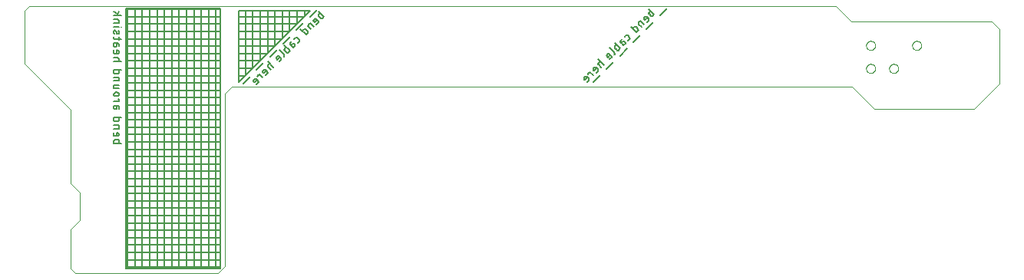
<source format=gbo>
G04 EAGLE Gerber X2 export*
%TF.Part,Single*%
%TF.FileFunction,Other,silk bottom*%
%TF.FilePolarity,Positive*%
%TF.GenerationSoftware,Autodesk,EAGLE,9.5.2*%
%TF.CreationDate,2020-02-09T10:15:54Z*%
G75*
%MOMM*%
%FSLAX34Y34*%
%LPD*%
%INsilk bottom*%
%AMOC8*
5,1,8,0,0,1.08239X$1,22.5*%
G01*
%ADD10C,0.000000*%
%ADD11C,0.152400*%


D10*
X0Y232410D02*
X50800Y181610D01*
X50800Y100330D01*
X60960Y90170D01*
X60960Y59690D01*
X50800Y49530D01*
X50800Y6350D01*
X55880Y1270D01*
X213360Y1270D01*
X1075690Y210820D02*
X1075690Y270510D01*
D11*
X635034Y219744D02*
X627380Y212090D01*
X642105Y226815D02*
X649759Y234469D01*
X656830Y241540D02*
X664484Y249194D01*
X671556Y256266D02*
X679210Y263920D01*
X686281Y270991D02*
X693935Y278645D01*
X701006Y285716D02*
X708660Y293370D01*
X694882Y287020D02*
X688776Y293127D01*
X694882Y287020D02*
X693186Y285324D01*
X693186Y285323D02*
X693131Y285272D01*
X693074Y285223D01*
X693014Y285177D01*
X692952Y285134D01*
X692888Y285095D01*
X692821Y285059D01*
X692753Y285026D01*
X692684Y284998D01*
X692613Y284972D01*
X692540Y284951D01*
X692467Y284933D01*
X692393Y284920D01*
X692318Y284910D01*
X692243Y284904D01*
X692168Y284902D01*
X692093Y284904D01*
X692018Y284910D01*
X691943Y284920D01*
X691869Y284933D01*
X691796Y284951D01*
X691723Y284972D01*
X691652Y284998D01*
X691583Y285026D01*
X691515Y285059D01*
X691449Y285095D01*
X691384Y285134D01*
X691322Y285177D01*
X691262Y285223D01*
X691205Y285272D01*
X691151Y285323D01*
X691151Y285324D02*
X689115Y287359D01*
X689065Y287412D01*
X689018Y287468D01*
X688973Y287525D01*
X688931Y287585D01*
X688893Y287647D01*
X688858Y287711D01*
X688825Y287776D01*
X688797Y287843D01*
X688771Y287912D01*
X688750Y287981D01*
X688731Y288052D01*
X688717Y288123D01*
X688706Y288195D01*
X688698Y288268D01*
X688694Y288341D01*
X688694Y288413D01*
X688698Y288486D01*
X688706Y288559D01*
X688717Y288631D01*
X688731Y288702D01*
X688750Y288773D01*
X688771Y288842D01*
X688797Y288911D01*
X688825Y288978D01*
X688858Y289043D01*
X688893Y289107D01*
X688931Y289169D01*
X688973Y289229D01*
X689018Y289286D01*
X689065Y289342D01*
X689115Y289395D01*
X690811Y291091D01*
X688309Y280446D02*
X686613Y278750D01*
X688309Y280446D02*
X688359Y280499D01*
X688406Y280555D01*
X688451Y280612D01*
X688493Y280672D01*
X688531Y280734D01*
X688566Y280798D01*
X688599Y280863D01*
X688627Y280930D01*
X688653Y280999D01*
X688674Y281068D01*
X688693Y281139D01*
X688707Y281210D01*
X688718Y281282D01*
X688726Y281355D01*
X688730Y281428D01*
X688730Y281500D01*
X688726Y281573D01*
X688718Y281646D01*
X688707Y281718D01*
X688693Y281789D01*
X688674Y281860D01*
X688653Y281929D01*
X688627Y281998D01*
X688599Y282065D01*
X688566Y282130D01*
X688531Y282194D01*
X688493Y282256D01*
X688451Y282316D01*
X688406Y282373D01*
X688359Y282429D01*
X688309Y282482D01*
X686613Y284178D01*
X686550Y284238D01*
X686484Y284296D01*
X686416Y284350D01*
X686345Y284401D01*
X686272Y284449D01*
X686197Y284494D01*
X686119Y284535D01*
X686041Y284572D01*
X685960Y284606D01*
X685878Y284636D01*
X685795Y284663D01*
X685710Y284685D01*
X685625Y284704D01*
X685539Y284719D01*
X685452Y284730D01*
X685365Y284737D01*
X685278Y284740D01*
X685190Y284739D01*
X685103Y284734D01*
X685016Y284725D01*
X684930Y284712D01*
X684844Y284695D01*
X684759Y284675D01*
X684675Y284650D01*
X684593Y284622D01*
X684512Y284590D01*
X684432Y284554D01*
X684354Y284515D01*
X684278Y284472D01*
X684204Y284426D01*
X684132Y284376D01*
X684062Y284323D01*
X683995Y284267D01*
X683930Y284208D01*
X683869Y284147D01*
X683810Y284082D01*
X683754Y284015D01*
X683701Y283945D01*
X683651Y283873D01*
X683605Y283799D01*
X683562Y283723D01*
X683523Y283645D01*
X683487Y283565D01*
X683455Y283484D01*
X683427Y283402D01*
X683402Y283318D01*
X683382Y283233D01*
X683365Y283147D01*
X683352Y283061D01*
X683343Y282974D01*
X683338Y282887D01*
X683337Y282799D01*
X683340Y282712D01*
X683347Y282625D01*
X683358Y282538D01*
X683373Y282452D01*
X683392Y282367D01*
X683414Y282282D01*
X683441Y282199D01*
X683471Y282117D01*
X683505Y282037D01*
X683542Y281958D01*
X683583Y281880D01*
X683628Y281805D01*
X683676Y281732D01*
X683727Y281661D01*
X683781Y281593D01*
X683839Y281527D01*
X683899Y281464D01*
X684577Y280786D01*
X687291Y283500D01*
X683507Y275645D02*
X679436Y279716D01*
X677740Y278020D01*
X677689Y277965D01*
X677640Y277908D01*
X677594Y277848D01*
X677551Y277786D01*
X677512Y277722D01*
X677476Y277655D01*
X677443Y277587D01*
X677415Y277518D01*
X677389Y277447D01*
X677368Y277374D01*
X677350Y277301D01*
X677337Y277227D01*
X677327Y277152D01*
X677321Y277077D01*
X677319Y277002D01*
X677321Y276927D01*
X677327Y276852D01*
X677337Y276777D01*
X677350Y276703D01*
X677368Y276630D01*
X677389Y276557D01*
X677415Y276486D01*
X677443Y276417D01*
X677476Y276349D01*
X677512Y276283D01*
X677551Y276218D01*
X677594Y276156D01*
X677640Y276096D01*
X677689Y276039D01*
X677740Y275985D01*
X677740Y275984D02*
X680793Y272931D01*
X675022Y267160D02*
X668916Y273266D01*
X675022Y267160D02*
X676719Y268856D01*
X676769Y268909D01*
X676816Y268965D01*
X676861Y269022D01*
X676903Y269082D01*
X676941Y269144D01*
X676976Y269208D01*
X677009Y269273D01*
X677037Y269340D01*
X677063Y269409D01*
X677084Y269478D01*
X677103Y269549D01*
X677117Y269620D01*
X677128Y269692D01*
X677136Y269765D01*
X677140Y269838D01*
X677140Y269910D01*
X677136Y269983D01*
X677128Y270056D01*
X677117Y270128D01*
X677103Y270199D01*
X677084Y270270D01*
X677063Y270339D01*
X677037Y270408D01*
X677009Y270475D01*
X676976Y270540D01*
X676941Y270604D01*
X676903Y270666D01*
X676861Y270726D01*
X676816Y270783D01*
X676769Y270839D01*
X676719Y270892D01*
X676719Y270891D02*
X674683Y272927D01*
X674628Y272978D01*
X674571Y273027D01*
X674511Y273073D01*
X674449Y273116D01*
X674385Y273155D01*
X674318Y273191D01*
X674250Y273224D01*
X674181Y273252D01*
X674110Y273278D01*
X674037Y273299D01*
X673964Y273317D01*
X673890Y273330D01*
X673815Y273340D01*
X673740Y273346D01*
X673665Y273348D01*
X673590Y273346D01*
X673515Y273340D01*
X673440Y273330D01*
X673366Y273317D01*
X673293Y273299D01*
X673220Y273278D01*
X673149Y273252D01*
X673080Y273224D01*
X673012Y273191D01*
X672946Y273155D01*
X672881Y273116D01*
X672819Y273073D01*
X672759Y273027D01*
X672702Y272978D01*
X672647Y272927D01*
X670951Y271231D01*
X667392Y259530D02*
X666035Y258173D01*
X667393Y259529D02*
X667443Y259582D01*
X667490Y259638D01*
X667535Y259695D01*
X667577Y259755D01*
X667615Y259817D01*
X667650Y259881D01*
X667683Y259946D01*
X667711Y260013D01*
X667737Y260082D01*
X667758Y260151D01*
X667777Y260222D01*
X667791Y260293D01*
X667802Y260365D01*
X667810Y260438D01*
X667814Y260511D01*
X667814Y260583D01*
X667810Y260656D01*
X667802Y260729D01*
X667791Y260801D01*
X667777Y260872D01*
X667758Y260943D01*
X667737Y261012D01*
X667711Y261081D01*
X667683Y261148D01*
X667650Y261213D01*
X667615Y261277D01*
X667577Y261339D01*
X667535Y261399D01*
X667490Y261456D01*
X667443Y261512D01*
X667393Y261565D01*
X667392Y261565D02*
X665357Y263601D01*
X665302Y263652D01*
X665245Y263701D01*
X665185Y263747D01*
X665123Y263790D01*
X665059Y263829D01*
X664992Y263865D01*
X664924Y263898D01*
X664855Y263926D01*
X664784Y263952D01*
X664711Y263973D01*
X664638Y263991D01*
X664564Y264004D01*
X664489Y264014D01*
X664414Y264020D01*
X664339Y264022D01*
X664264Y264020D01*
X664189Y264014D01*
X664114Y264004D01*
X664040Y263991D01*
X663967Y263973D01*
X663894Y263952D01*
X663823Y263926D01*
X663754Y263898D01*
X663686Y263865D01*
X663620Y263829D01*
X663555Y263790D01*
X663493Y263747D01*
X663433Y263701D01*
X663376Y263652D01*
X663321Y263601D01*
X661964Y262244D01*
X659950Y256836D02*
X658423Y255310D01*
X659950Y256836D02*
X660008Y256892D01*
X660070Y256945D01*
X660134Y256995D01*
X660200Y257042D01*
X660268Y257086D01*
X660339Y257126D01*
X660411Y257163D01*
X660485Y257196D01*
X660561Y257226D01*
X660637Y257252D01*
X660716Y257274D01*
X660795Y257293D01*
X660874Y257307D01*
X660955Y257318D01*
X661036Y257325D01*
X661117Y257328D01*
X661198Y257327D01*
X661279Y257322D01*
X661359Y257313D01*
X661440Y257300D01*
X661519Y257284D01*
X661598Y257264D01*
X661675Y257239D01*
X661751Y257212D01*
X661826Y257180D01*
X661899Y257145D01*
X661971Y257106D01*
X662040Y257064D01*
X662107Y257019D01*
X662172Y256971D01*
X662235Y256919D01*
X662295Y256865D01*
X662353Y256807D01*
X662407Y256747D01*
X662459Y256684D01*
X662507Y256619D01*
X662552Y256552D01*
X662594Y256483D01*
X662633Y256411D01*
X662668Y256338D01*
X662700Y256263D01*
X662727Y256187D01*
X662752Y256110D01*
X662772Y256031D01*
X662788Y255952D01*
X662801Y255871D01*
X662810Y255791D01*
X662815Y255710D01*
X662816Y255629D01*
X662813Y255548D01*
X662806Y255467D01*
X662795Y255386D01*
X662781Y255307D01*
X662762Y255228D01*
X662740Y255149D01*
X662714Y255073D01*
X662684Y254997D01*
X662651Y254923D01*
X662614Y254851D01*
X662574Y254780D01*
X662530Y254712D01*
X662483Y254646D01*
X662433Y254582D01*
X662380Y254520D01*
X662324Y254462D01*
X660798Y252935D01*
X657744Y255988D01*
X657694Y256041D01*
X657647Y256097D01*
X657602Y256154D01*
X657560Y256214D01*
X657522Y256276D01*
X657487Y256340D01*
X657454Y256405D01*
X657426Y256472D01*
X657400Y256541D01*
X657379Y256610D01*
X657360Y256681D01*
X657346Y256752D01*
X657335Y256824D01*
X657327Y256897D01*
X657323Y256970D01*
X657323Y257042D01*
X657327Y257115D01*
X657335Y257188D01*
X657346Y257260D01*
X657360Y257331D01*
X657379Y257402D01*
X657400Y257471D01*
X657426Y257540D01*
X657454Y257607D01*
X657487Y257672D01*
X657522Y257736D01*
X657560Y257798D01*
X657602Y257858D01*
X657647Y257915D01*
X657694Y257971D01*
X657745Y258024D01*
X657744Y258024D02*
X659101Y259381D01*
X651275Y255625D02*
X657381Y249518D01*
X655685Y247822D01*
X655630Y247771D01*
X655573Y247722D01*
X655513Y247676D01*
X655451Y247633D01*
X655387Y247594D01*
X655320Y247558D01*
X655252Y247525D01*
X655183Y247497D01*
X655112Y247471D01*
X655039Y247450D01*
X654966Y247432D01*
X654892Y247419D01*
X654817Y247409D01*
X654742Y247403D01*
X654667Y247401D01*
X654592Y247403D01*
X654517Y247409D01*
X654442Y247419D01*
X654368Y247432D01*
X654295Y247450D01*
X654222Y247471D01*
X654151Y247497D01*
X654082Y247525D01*
X654014Y247558D01*
X653948Y247594D01*
X653883Y247633D01*
X653821Y247676D01*
X653761Y247722D01*
X653704Y247771D01*
X653650Y247822D01*
X651614Y249858D01*
X651614Y249857D02*
X651564Y249910D01*
X651517Y249966D01*
X651472Y250023D01*
X651430Y250083D01*
X651392Y250145D01*
X651357Y250209D01*
X651324Y250274D01*
X651296Y250341D01*
X651270Y250410D01*
X651249Y250479D01*
X651230Y250550D01*
X651216Y250621D01*
X651205Y250693D01*
X651197Y250766D01*
X651193Y250839D01*
X651193Y250911D01*
X651197Y250984D01*
X651205Y251057D01*
X651216Y251129D01*
X651230Y251200D01*
X651249Y251271D01*
X651270Y251340D01*
X651296Y251409D01*
X651324Y251476D01*
X651357Y251541D01*
X651392Y251605D01*
X651430Y251667D01*
X651472Y251727D01*
X651517Y251784D01*
X651564Y251840D01*
X651614Y251893D01*
X653310Y253590D01*
X645692Y250042D02*
X650781Y244953D01*
X650832Y244898D01*
X650881Y244841D01*
X650927Y244781D01*
X650970Y244719D01*
X651009Y244655D01*
X651045Y244588D01*
X651078Y244520D01*
X651106Y244451D01*
X651132Y244380D01*
X651153Y244307D01*
X651171Y244234D01*
X651184Y244160D01*
X651194Y244085D01*
X651200Y244010D01*
X651202Y243935D01*
X651200Y243860D01*
X651194Y243785D01*
X651184Y243710D01*
X651171Y243636D01*
X651153Y243563D01*
X651132Y243490D01*
X651106Y243419D01*
X651078Y243350D01*
X651045Y243282D01*
X651009Y243216D01*
X650970Y243151D01*
X650927Y243089D01*
X650881Y243029D01*
X650832Y242972D01*
X650781Y242917D01*
X647360Y239497D02*
X645663Y237800D01*
X647360Y239496D02*
X647410Y239549D01*
X647457Y239605D01*
X647502Y239662D01*
X647544Y239722D01*
X647582Y239784D01*
X647617Y239848D01*
X647650Y239913D01*
X647678Y239980D01*
X647704Y240049D01*
X647725Y240118D01*
X647744Y240189D01*
X647758Y240260D01*
X647769Y240332D01*
X647777Y240405D01*
X647781Y240478D01*
X647781Y240550D01*
X647777Y240623D01*
X647769Y240696D01*
X647758Y240768D01*
X647744Y240839D01*
X647725Y240910D01*
X647704Y240979D01*
X647678Y241048D01*
X647650Y241115D01*
X647617Y241180D01*
X647582Y241244D01*
X647544Y241306D01*
X647502Y241366D01*
X647457Y241423D01*
X647410Y241479D01*
X647360Y241532D01*
X645663Y243228D01*
X645600Y243288D01*
X645534Y243346D01*
X645466Y243400D01*
X645395Y243451D01*
X645322Y243499D01*
X645247Y243544D01*
X645169Y243585D01*
X645091Y243622D01*
X645010Y243656D01*
X644928Y243686D01*
X644845Y243713D01*
X644760Y243735D01*
X644675Y243754D01*
X644589Y243769D01*
X644502Y243780D01*
X644415Y243787D01*
X644328Y243790D01*
X644240Y243789D01*
X644153Y243784D01*
X644066Y243775D01*
X643980Y243762D01*
X643894Y243745D01*
X643809Y243725D01*
X643725Y243700D01*
X643643Y243672D01*
X643562Y243640D01*
X643482Y243604D01*
X643404Y243565D01*
X643328Y243522D01*
X643254Y243476D01*
X643182Y243426D01*
X643112Y243373D01*
X643045Y243317D01*
X642980Y243258D01*
X642919Y243197D01*
X642860Y243132D01*
X642804Y243065D01*
X642751Y242995D01*
X642701Y242923D01*
X642655Y242849D01*
X642612Y242773D01*
X642573Y242695D01*
X642537Y242615D01*
X642505Y242534D01*
X642477Y242452D01*
X642452Y242368D01*
X642432Y242283D01*
X642415Y242197D01*
X642402Y242111D01*
X642393Y242024D01*
X642388Y241937D01*
X642387Y241849D01*
X642390Y241762D01*
X642397Y241675D01*
X642408Y241588D01*
X642423Y241502D01*
X642442Y241417D01*
X642464Y241332D01*
X642491Y241249D01*
X642521Y241167D01*
X642555Y241087D01*
X642592Y241008D01*
X642633Y240930D01*
X642678Y240855D01*
X642726Y240782D01*
X642777Y240711D01*
X642831Y240643D01*
X642889Y240577D01*
X642949Y240514D01*
X643628Y239836D01*
X646342Y242550D01*
X639110Y231247D02*
X633003Y237353D01*
X635039Y235318D02*
X633342Y233621D01*
X633342Y233622D02*
X633291Y233567D01*
X633242Y233510D01*
X633196Y233450D01*
X633153Y233388D01*
X633114Y233324D01*
X633078Y233257D01*
X633045Y233189D01*
X633017Y233120D01*
X632991Y233049D01*
X632970Y232976D01*
X632952Y232903D01*
X632939Y232829D01*
X632929Y232754D01*
X632923Y232679D01*
X632921Y232604D01*
X632923Y232529D01*
X632929Y232454D01*
X632939Y232379D01*
X632952Y232305D01*
X632970Y232232D01*
X632991Y232159D01*
X633017Y232088D01*
X633045Y232019D01*
X633078Y231951D01*
X633114Y231885D01*
X633153Y231820D01*
X633196Y231758D01*
X633242Y231698D01*
X633291Y231641D01*
X633342Y231587D01*
X633342Y231586D02*
X636396Y228533D01*
X632273Y224410D02*
X630577Y222713D01*
X632273Y224409D02*
X632323Y224462D01*
X632370Y224518D01*
X632415Y224575D01*
X632457Y224635D01*
X632495Y224697D01*
X632530Y224761D01*
X632563Y224826D01*
X632591Y224893D01*
X632617Y224962D01*
X632638Y225031D01*
X632657Y225102D01*
X632671Y225173D01*
X632682Y225245D01*
X632690Y225318D01*
X632694Y225391D01*
X632694Y225463D01*
X632690Y225536D01*
X632682Y225609D01*
X632671Y225681D01*
X632657Y225752D01*
X632638Y225823D01*
X632617Y225892D01*
X632591Y225961D01*
X632563Y226028D01*
X632530Y226093D01*
X632495Y226157D01*
X632457Y226219D01*
X632415Y226279D01*
X632370Y226336D01*
X632323Y226392D01*
X632273Y226445D01*
X630577Y228141D01*
X630514Y228201D01*
X630448Y228259D01*
X630380Y228313D01*
X630309Y228364D01*
X630236Y228412D01*
X630161Y228457D01*
X630083Y228498D01*
X630005Y228535D01*
X629924Y228569D01*
X629842Y228599D01*
X629759Y228626D01*
X629674Y228648D01*
X629589Y228667D01*
X629503Y228682D01*
X629416Y228693D01*
X629329Y228700D01*
X629242Y228703D01*
X629154Y228702D01*
X629067Y228697D01*
X628980Y228688D01*
X628894Y228675D01*
X628808Y228658D01*
X628723Y228638D01*
X628639Y228613D01*
X628557Y228585D01*
X628476Y228553D01*
X628396Y228517D01*
X628318Y228478D01*
X628242Y228435D01*
X628168Y228389D01*
X628096Y228339D01*
X628026Y228286D01*
X627959Y228230D01*
X627894Y228171D01*
X627833Y228110D01*
X627774Y228045D01*
X627718Y227978D01*
X627665Y227908D01*
X627615Y227836D01*
X627569Y227762D01*
X627526Y227686D01*
X627487Y227608D01*
X627451Y227528D01*
X627419Y227447D01*
X627391Y227365D01*
X627366Y227281D01*
X627346Y227196D01*
X627329Y227110D01*
X627316Y227024D01*
X627307Y226937D01*
X627302Y226850D01*
X627301Y226762D01*
X627304Y226675D01*
X627311Y226588D01*
X627322Y226501D01*
X627337Y226415D01*
X627356Y226330D01*
X627378Y226245D01*
X627405Y226162D01*
X627435Y226080D01*
X627469Y226000D01*
X627506Y225921D01*
X627547Y225843D01*
X627592Y225768D01*
X627640Y225695D01*
X627691Y225624D01*
X627745Y225556D01*
X627803Y225490D01*
X627863Y225427D01*
X628541Y224749D01*
X631255Y227463D01*
X627417Y219554D02*
X623346Y223625D01*
X621311Y221590D01*
X621989Y220911D01*
X622143Y214280D02*
X620447Y212584D01*
X622144Y214280D02*
X622194Y214333D01*
X622241Y214389D01*
X622286Y214446D01*
X622328Y214506D01*
X622366Y214568D01*
X622401Y214632D01*
X622434Y214697D01*
X622462Y214764D01*
X622488Y214833D01*
X622509Y214902D01*
X622528Y214973D01*
X622542Y215044D01*
X622553Y215116D01*
X622561Y215189D01*
X622565Y215262D01*
X622565Y215334D01*
X622561Y215407D01*
X622553Y215480D01*
X622542Y215552D01*
X622528Y215623D01*
X622509Y215694D01*
X622488Y215763D01*
X622462Y215832D01*
X622434Y215899D01*
X622401Y215964D01*
X622366Y216028D01*
X622328Y216090D01*
X622286Y216150D01*
X622241Y216207D01*
X622194Y216263D01*
X622144Y216316D01*
X622143Y216315D02*
X620447Y218012D01*
X620384Y218072D01*
X620318Y218130D01*
X620250Y218184D01*
X620179Y218235D01*
X620106Y218283D01*
X620031Y218328D01*
X619953Y218369D01*
X619875Y218406D01*
X619794Y218440D01*
X619712Y218470D01*
X619629Y218497D01*
X619544Y218519D01*
X619459Y218538D01*
X619373Y218553D01*
X619286Y218564D01*
X619199Y218571D01*
X619112Y218574D01*
X619024Y218573D01*
X618937Y218568D01*
X618850Y218559D01*
X618764Y218546D01*
X618678Y218529D01*
X618593Y218509D01*
X618509Y218484D01*
X618427Y218456D01*
X618346Y218424D01*
X618266Y218388D01*
X618188Y218349D01*
X618112Y218306D01*
X618038Y218260D01*
X617966Y218210D01*
X617896Y218157D01*
X617829Y218101D01*
X617764Y218042D01*
X617703Y217981D01*
X617644Y217916D01*
X617588Y217849D01*
X617535Y217779D01*
X617485Y217707D01*
X617439Y217633D01*
X617396Y217557D01*
X617357Y217479D01*
X617321Y217399D01*
X617289Y217318D01*
X617261Y217236D01*
X617236Y217152D01*
X617216Y217067D01*
X617199Y216981D01*
X617186Y216895D01*
X617177Y216808D01*
X617172Y216721D01*
X617171Y216633D01*
X617174Y216546D01*
X617181Y216459D01*
X617192Y216372D01*
X617207Y216286D01*
X617226Y216201D01*
X617248Y216116D01*
X617275Y216033D01*
X617305Y215951D01*
X617339Y215871D01*
X617376Y215792D01*
X617417Y215714D01*
X617462Y215639D01*
X617510Y215566D01*
X617561Y215495D01*
X617615Y215427D01*
X617673Y215361D01*
X617733Y215298D01*
X618411Y214619D01*
X621125Y217333D01*
X107188Y145020D02*
X98552Y145020D01*
X98552Y147419D01*
X98554Y147494D01*
X98560Y147569D01*
X98570Y147644D01*
X98583Y147718D01*
X98601Y147791D01*
X98622Y147864D01*
X98648Y147935D01*
X98676Y148004D01*
X98709Y148072D01*
X98745Y148138D01*
X98784Y148203D01*
X98827Y148265D01*
X98873Y148325D01*
X98922Y148382D01*
X98973Y148437D01*
X99028Y148488D01*
X99085Y148537D01*
X99145Y148583D01*
X99207Y148626D01*
X99271Y148665D01*
X99338Y148701D01*
X99406Y148734D01*
X99475Y148762D01*
X99546Y148788D01*
X99619Y148809D01*
X99692Y148827D01*
X99766Y148840D01*
X99841Y148850D01*
X99916Y148856D01*
X99991Y148858D01*
X102870Y148858D01*
X102945Y148856D01*
X103020Y148850D01*
X103095Y148840D01*
X103169Y148827D01*
X103242Y148809D01*
X103315Y148788D01*
X103386Y148762D01*
X103455Y148734D01*
X103523Y148701D01*
X103590Y148665D01*
X103654Y148626D01*
X103716Y148583D01*
X103776Y148537D01*
X103833Y148488D01*
X103888Y148437D01*
X103939Y148382D01*
X103988Y148325D01*
X104034Y148265D01*
X104077Y148203D01*
X104116Y148139D01*
X104152Y148072D01*
X104185Y148004D01*
X104213Y147935D01*
X104239Y147864D01*
X104260Y147791D01*
X104278Y147718D01*
X104291Y147644D01*
X104301Y147569D01*
X104307Y147494D01*
X104309Y147419D01*
X104309Y145020D01*
X98552Y154317D02*
X98552Y156715D01*
X98552Y154317D02*
X98554Y154242D01*
X98560Y154167D01*
X98570Y154092D01*
X98583Y154018D01*
X98601Y153945D01*
X98622Y153872D01*
X98648Y153801D01*
X98676Y153732D01*
X98709Y153664D01*
X98745Y153598D01*
X98784Y153533D01*
X98827Y153471D01*
X98873Y153411D01*
X98922Y153354D01*
X98973Y153299D01*
X99028Y153248D01*
X99085Y153199D01*
X99145Y153153D01*
X99207Y153110D01*
X99272Y153071D01*
X99338Y153035D01*
X99406Y153002D01*
X99475Y152974D01*
X99546Y152948D01*
X99619Y152927D01*
X99692Y152909D01*
X99766Y152896D01*
X99841Y152886D01*
X99916Y152880D01*
X99991Y152878D01*
X99991Y152877D02*
X102390Y152877D01*
X102476Y152879D01*
X102562Y152885D01*
X102648Y152894D01*
X102733Y152908D01*
X102817Y152925D01*
X102901Y152946D01*
X102983Y152971D01*
X103064Y152999D01*
X103144Y153031D01*
X103223Y153067D01*
X103299Y153106D01*
X103374Y153149D01*
X103447Y153194D01*
X103518Y153243D01*
X103586Y153296D01*
X103653Y153351D01*
X103716Y153409D01*
X103777Y153470D01*
X103835Y153533D01*
X103890Y153600D01*
X103943Y153668D01*
X103992Y153739D01*
X104037Y153812D01*
X104080Y153887D01*
X104119Y153963D01*
X104155Y154042D01*
X104187Y154122D01*
X104215Y154203D01*
X104240Y154285D01*
X104261Y154369D01*
X104278Y154453D01*
X104292Y154538D01*
X104301Y154624D01*
X104307Y154710D01*
X104309Y154796D01*
X104307Y154882D01*
X104301Y154968D01*
X104292Y155054D01*
X104278Y155139D01*
X104261Y155223D01*
X104240Y155307D01*
X104215Y155389D01*
X104187Y155470D01*
X104155Y155550D01*
X104119Y155629D01*
X104080Y155705D01*
X104037Y155780D01*
X103992Y155853D01*
X103943Y155924D01*
X103890Y155992D01*
X103835Y156059D01*
X103777Y156122D01*
X103716Y156183D01*
X103653Y156241D01*
X103586Y156296D01*
X103518Y156349D01*
X103447Y156398D01*
X103374Y156443D01*
X103299Y156486D01*
X103223Y156525D01*
X103144Y156561D01*
X103064Y156593D01*
X102983Y156621D01*
X102901Y156646D01*
X102817Y156667D01*
X102733Y156684D01*
X102648Y156698D01*
X102562Y156707D01*
X102476Y156713D01*
X102390Y156715D01*
X101431Y156715D01*
X101431Y152877D01*
X104309Y161107D02*
X98552Y161107D01*
X104309Y161107D02*
X104309Y163506D01*
X104307Y163581D01*
X104301Y163656D01*
X104291Y163731D01*
X104278Y163805D01*
X104260Y163878D01*
X104239Y163951D01*
X104213Y164022D01*
X104185Y164091D01*
X104152Y164159D01*
X104116Y164226D01*
X104077Y164290D01*
X104034Y164352D01*
X103988Y164412D01*
X103939Y164469D01*
X103888Y164524D01*
X103833Y164575D01*
X103776Y164624D01*
X103716Y164670D01*
X103654Y164713D01*
X103590Y164752D01*
X103523Y164788D01*
X103455Y164821D01*
X103386Y164849D01*
X103315Y164875D01*
X103242Y164896D01*
X103169Y164914D01*
X103095Y164927D01*
X103020Y164937D01*
X102945Y164943D01*
X102870Y164945D01*
X98552Y164945D01*
X98552Y173107D02*
X107188Y173107D01*
X98552Y173107D02*
X98552Y170708D01*
X98554Y170633D01*
X98560Y170558D01*
X98570Y170483D01*
X98583Y170409D01*
X98601Y170336D01*
X98622Y170263D01*
X98648Y170192D01*
X98676Y170123D01*
X98709Y170055D01*
X98745Y169989D01*
X98784Y169924D01*
X98827Y169862D01*
X98873Y169802D01*
X98922Y169745D01*
X98973Y169690D01*
X99028Y169639D01*
X99085Y169590D01*
X99145Y169544D01*
X99207Y169501D01*
X99272Y169462D01*
X99338Y169426D01*
X99406Y169393D01*
X99475Y169365D01*
X99546Y169339D01*
X99619Y169318D01*
X99692Y169300D01*
X99766Y169287D01*
X99841Y169277D01*
X99916Y169271D01*
X99991Y169269D01*
X102870Y169269D01*
X102945Y169271D01*
X103020Y169277D01*
X103095Y169287D01*
X103169Y169300D01*
X103242Y169318D01*
X103315Y169339D01*
X103386Y169365D01*
X103455Y169393D01*
X103523Y169426D01*
X103590Y169462D01*
X103654Y169501D01*
X103716Y169544D01*
X103776Y169590D01*
X103833Y169639D01*
X103888Y169690D01*
X103939Y169745D01*
X103988Y169802D01*
X104034Y169862D01*
X104077Y169924D01*
X104116Y169989D01*
X104152Y170055D01*
X104185Y170123D01*
X104213Y170192D01*
X104239Y170263D01*
X104260Y170336D01*
X104278Y170409D01*
X104291Y170483D01*
X104301Y170558D01*
X104307Y170633D01*
X104309Y170708D01*
X104309Y173107D01*
X101910Y184054D02*
X101910Y186213D01*
X101910Y184054D02*
X101908Y183973D01*
X101902Y183892D01*
X101892Y183811D01*
X101879Y183731D01*
X101861Y183652D01*
X101840Y183574D01*
X101815Y183497D01*
X101786Y183421D01*
X101754Y183346D01*
X101718Y183274D01*
X101678Y183203D01*
X101635Y183134D01*
X101589Y183067D01*
X101540Y183003D01*
X101488Y182941D01*
X101432Y182881D01*
X101374Y182825D01*
X101314Y182771D01*
X101250Y182720D01*
X101185Y182672D01*
X101117Y182628D01*
X101047Y182587D01*
X100975Y182549D01*
X100902Y182515D01*
X100826Y182484D01*
X100750Y182457D01*
X100672Y182434D01*
X100593Y182415D01*
X100514Y182399D01*
X100433Y182387D01*
X100353Y182379D01*
X100272Y182375D01*
X100190Y182375D01*
X100109Y182379D01*
X100029Y182387D01*
X99948Y182399D01*
X99869Y182415D01*
X99790Y182434D01*
X99712Y182457D01*
X99636Y182484D01*
X99560Y182515D01*
X99487Y182549D01*
X99415Y182587D01*
X99345Y182628D01*
X99277Y182672D01*
X99212Y182720D01*
X99148Y182771D01*
X99088Y182825D01*
X99030Y182881D01*
X98974Y182941D01*
X98922Y183003D01*
X98873Y183067D01*
X98827Y183134D01*
X98784Y183203D01*
X98744Y183274D01*
X98708Y183346D01*
X98676Y183421D01*
X98647Y183497D01*
X98622Y183574D01*
X98601Y183652D01*
X98583Y183731D01*
X98570Y183811D01*
X98560Y183892D01*
X98554Y183973D01*
X98552Y184054D01*
X98552Y186213D01*
X102870Y186213D01*
X102945Y186211D01*
X103020Y186205D01*
X103095Y186195D01*
X103169Y186182D01*
X103242Y186164D01*
X103315Y186143D01*
X103386Y186117D01*
X103455Y186089D01*
X103523Y186056D01*
X103590Y186020D01*
X103654Y185981D01*
X103716Y185938D01*
X103776Y185892D01*
X103833Y185843D01*
X103888Y185792D01*
X103939Y185737D01*
X103988Y185680D01*
X104034Y185620D01*
X104077Y185558D01*
X104116Y185494D01*
X104152Y185427D01*
X104185Y185359D01*
X104213Y185290D01*
X104239Y185219D01*
X104260Y185146D01*
X104278Y185073D01*
X104291Y184999D01*
X104301Y184924D01*
X104307Y184849D01*
X104309Y184774D01*
X104309Y182855D01*
X104309Y191053D02*
X98552Y191053D01*
X104309Y191053D02*
X104309Y193932D01*
X103350Y193932D01*
X102390Y197073D02*
X100471Y197073D01*
X102390Y197073D02*
X102476Y197075D01*
X102562Y197081D01*
X102648Y197090D01*
X102733Y197104D01*
X102817Y197121D01*
X102901Y197142D01*
X102983Y197167D01*
X103064Y197195D01*
X103144Y197227D01*
X103223Y197263D01*
X103299Y197302D01*
X103374Y197345D01*
X103447Y197390D01*
X103518Y197439D01*
X103586Y197492D01*
X103653Y197547D01*
X103716Y197605D01*
X103777Y197666D01*
X103835Y197729D01*
X103890Y197796D01*
X103943Y197864D01*
X103992Y197935D01*
X104037Y198008D01*
X104080Y198083D01*
X104119Y198159D01*
X104155Y198238D01*
X104187Y198318D01*
X104215Y198399D01*
X104240Y198481D01*
X104261Y198565D01*
X104278Y198649D01*
X104292Y198734D01*
X104301Y198820D01*
X104307Y198906D01*
X104309Y198992D01*
X104307Y199078D01*
X104301Y199164D01*
X104292Y199250D01*
X104278Y199335D01*
X104261Y199419D01*
X104240Y199503D01*
X104215Y199585D01*
X104187Y199666D01*
X104155Y199746D01*
X104119Y199825D01*
X104080Y199901D01*
X104037Y199976D01*
X103992Y200049D01*
X103943Y200120D01*
X103890Y200188D01*
X103835Y200255D01*
X103777Y200318D01*
X103716Y200379D01*
X103653Y200437D01*
X103586Y200492D01*
X103518Y200545D01*
X103447Y200594D01*
X103374Y200639D01*
X103299Y200682D01*
X103223Y200721D01*
X103144Y200757D01*
X103064Y200789D01*
X102983Y200817D01*
X102901Y200842D01*
X102817Y200863D01*
X102733Y200880D01*
X102648Y200894D01*
X102562Y200903D01*
X102476Y200909D01*
X102390Y200911D01*
X100471Y200911D01*
X100385Y200909D01*
X100299Y200903D01*
X100213Y200894D01*
X100128Y200880D01*
X100044Y200863D01*
X99960Y200842D01*
X99878Y200817D01*
X99797Y200789D01*
X99717Y200757D01*
X99638Y200721D01*
X99562Y200682D01*
X99487Y200639D01*
X99414Y200594D01*
X99343Y200545D01*
X99275Y200492D01*
X99208Y200437D01*
X99145Y200379D01*
X99084Y200318D01*
X99026Y200255D01*
X98971Y200188D01*
X98918Y200120D01*
X98869Y200049D01*
X98824Y199976D01*
X98781Y199901D01*
X98742Y199825D01*
X98706Y199746D01*
X98674Y199666D01*
X98646Y199585D01*
X98621Y199503D01*
X98600Y199419D01*
X98583Y199335D01*
X98569Y199250D01*
X98560Y199164D01*
X98554Y199078D01*
X98552Y198992D01*
X98554Y198906D01*
X98560Y198820D01*
X98569Y198734D01*
X98583Y198649D01*
X98600Y198565D01*
X98621Y198481D01*
X98646Y198399D01*
X98674Y198318D01*
X98706Y198238D01*
X98742Y198159D01*
X98781Y198083D01*
X98824Y198008D01*
X98869Y197935D01*
X98918Y197864D01*
X98971Y197796D01*
X99026Y197729D01*
X99084Y197666D01*
X99145Y197605D01*
X99208Y197547D01*
X99275Y197492D01*
X99343Y197439D01*
X99414Y197390D01*
X99487Y197345D01*
X99562Y197302D01*
X99638Y197263D01*
X99717Y197227D01*
X99797Y197195D01*
X99878Y197167D01*
X99960Y197142D01*
X100044Y197121D01*
X100128Y197104D01*
X100213Y197090D01*
X100299Y197081D01*
X100385Y197075D01*
X100471Y197073D01*
X99991Y205303D02*
X104309Y205303D01*
X99991Y205303D02*
X99916Y205305D01*
X99841Y205311D01*
X99766Y205321D01*
X99692Y205334D01*
X99619Y205352D01*
X99546Y205373D01*
X99475Y205399D01*
X99406Y205427D01*
X99338Y205460D01*
X99272Y205496D01*
X99207Y205535D01*
X99145Y205578D01*
X99085Y205624D01*
X99028Y205673D01*
X98973Y205724D01*
X98922Y205779D01*
X98873Y205836D01*
X98827Y205896D01*
X98784Y205958D01*
X98745Y206023D01*
X98709Y206089D01*
X98676Y206157D01*
X98648Y206226D01*
X98622Y206297D01*
X98601Y206370D01*
X98583Y206443D01*
X98570Y206517D01*
X98560Y206592D01*
X98554Y206667D01*
X98552Y206742D01*
X98552Y209141D01*
X104309Y209141D01*
X104309Y213837D02*
X98552Y213837D01*
X104309Y213837D02*
X104309Y216236D01*
X104307Y216311D01*
X104301Y216386D01*
X104291Y216461D01*
X104278Y216535D01*
X104260Y216608D01*
X104239Y216681D01*
X104213Y216752D01*
X104185Y216821D01*
X104152Y216889D01*
X104116Y216956D01*
X104077Y217020D01*
X104034Y217082D01*
X103988Y217142D01*
X103939Y217199D01*
X103888Y217254D01*
X103833Y217305D01*
X103776Y217354D01*
X103716Y217400D01*
X103654Y217443D01*
X103590Y217482D01*
X103523Y217518D01*
X103455Y217551D01*
X103386Y217579D01*
X103315Y217605D01*
X103242Y217626D01*
X103169Y217644D01*
X103095Y217657D01*
X103020Y217667D01*
X102945Y217673D01*
X102870Y217675D01*
X98552Y217675D01*
X98552Y225837D02*
X107188Y225837D01*
X98552Y225837D02*
X98552Y223438D01*
X98554Y223363D01*
X98560Y223288D01*
X98570Y223213D01*
X98583Y223139D01*
X98601Y223066D01*
X98622Y222993D01*
X98648Y222922D01*
X98676Y222853D01*
X98709Y222785D01*
X98745Y222719D01*
X98784Y222654D01*
X98827Y222592D01*
X98873Y222532D01*
X98922Y222475D01*
X98973Y222420D01*
X99028Y222369D01*
X99085Y222320D01*
X99145Y222274D01*
X99207Y222231D01*
X99272Y222192D01*
X99338Y222156D01*
X99406Y222123D01*
X99475Y222095D01*
X99546Y222069D01*
X99619Y222048D01*
X99692Y222030D01*
X99766Y222017D01*
X99841Y222007D01*
X99916Y222001D01*
X99991Y221999D01*
X102870Y221999D01*
X102945Y222001D01*
X103020Y222007D01*
X103095Y222017D01*
X103169Y222030D01*
X103242Y222048D01*
X103315Y222069D01*
X103386Y222095D01*
X103455Y222123D01*
X103523Y222156D01*
X103590Y222192D01*
X103654Y222231D01*
X103716Y222274D01*
X103776Y222320D01*
X103833Y222369D01*
X103888Y222420D01*
X103939Y222475D01*
X103988Y222532D01*
X104034Y222592D01*
X104077Y222654D01*
X104116Y222719D01*
X104152Y222785D01*
X104185Y222853D01*
X104213Y222922D01*
X104239Y222993D01*
X104260Y223066D01*
X104278Y223139D01*
X104291Y223213D01*
X104301Y223288D01*
X104307Y223363D01*
X104309Y223438D01*
X104309Y225837D01*
X107188Y235478D02*
X98552Y235478D01*
X104309Y235478D02*
X104309Y237876D01*
X104307Y237951D01*
X104301Y238026D01*
X104291Y238101D01*
X104278Y238175D01*
X104260Y238248D01*
X104239Y238321D01*
X104213Y238392D01*
X104185Y238461D01*
X104152Y238529D01*
X104116Y238596D01*
X104077Y238660D01*
X104034Y238722D01*
X103988Y238782D01*
X103939Y238839D01*
X103888Y238894D01*
X103833Y238945D01*
X103776Y238994D01*
X103716Y239040D01*
X103654Y239083D01*
X103590Y239122D01*
X103523Y239158D01*
X103455Y239191D01*
X103386Y239219D01*
X103315Y239245D01*
X103242Y239266D01*
X103169Y239284D01*
X103095Y239297D01*
X103020Y239307D01*
X102945Y239313D01*
X102870Y239315D01*
X102870Y239316D02*
X98552Y239316D01*
X98552Y245146D02*
X98552Y247545D01*
X98552Y245146D02*
X98554Y245071D01*
X98560Y244996D01*
X98570Y244921D01*
X98583Y244847D01*
X98601Y244774D01*
X98622Y244701D01*
X98648Y244630D01*
X98676Y244561D01*
X98709Y244493D01*
X98745Y244427D01*
X98784Y244362D01*
X98827Y244300D01*
X98873Y244240D01*
X98922Y244183D01*
X98973Y244128D01*
X99028Y244077D01*
X99085Y244028D01*
X99145Y243982D01*
X99207Y243939D01*
X99272Y243900D01*
X99338Y243864D01*
X99406Y243831D01*
X99475Y243803D01*
X99546Y243777D01*
X99619Y243756D01*
X99692Y243738D01*
X99766Y243725D01*
X99841Y243715D01*
X99916Y243709D01*
X99991Y243707D01*
X102390Y243707D01*
X102476Y243709D01*
X102562Y243715D01*
X102648Y243724D01*
X102733Y243738D01*
X102817Y243755D01*
X102901Y243776D01*
X102983Y243801D01*
X103064Y243829D01*
X103144Y243861D01*
X103223Y243897D01*
X103299Y243936D01*
X103374Y243979D01*
X103447Y244024D01*
X103518Y244073D01*
X103586Y244126D01*
X103653Y244181D01*
X103716Y244239D01*
X103777Y244300D01*
X103835Y244363D01*
X103890Y244430D01*
X103943Y244498D01*
X103992Y244569D01*
X104037Y244642D01*
X104080Y244717D01*
X104119Y244793D01*
X104155Y244872D01*
X104187Y244952D01*
X104215Y245033D01*
X104240Y245115D01*
X104261Y245199D01*
X104278Y245283D01*
X104292Y245368D01*
X104301Y245454D01*
X104307Y245540D01*
X104309Y245626D01*
X104307Y245712D01*
X104301Y245798D01*
X104292Y245884D01*
X104278Y245969D01*
X104261Y246053D01*
X104240Y246137D01*
X104215Y246219D01*
X104187Y246300D01*
X104155Y246380D01*
X104119Y246459D01*
X104080Y246535D01*
X104037Y246610D01*
X103992Y246683D01*
X103943Y246754D01*
X103890Y246822D01*
X103835Y246889D01*
X103777Y246952D01*
X103716Y247013D01*
X103653Y247071D01*
X103586Y247126D01*
X103518Y247179D01*
X103447Y247228D01*
X103374Y247273D01*
X103299Y247316D01*
X103223Y247355D01*
X103144Y247391D01*
X103064Y247423D01*
X102983Y247451D01*
X102901Y247476D01*
X102817Y247497D01*
X102733Y247514D01*
X102648Y247528D01*
X102562Y247537D01*
X102476Y247543D01*
X102390Y247545D01*
X101431Y247545D01*
X101431Y243707D01*
X101910Y253243D02*
X101910Y255402D01*
X101910Y253243D02*
X101908Y253162D01*
X101902Y253081D01*
X101892Y253000D01*
X101879Y252920D01*
X101861Y252841D01*
X101840Y252763D01*
X101815Y252686D01*
X101786Y252610D01*
X101754Y252535D01*
X101718Y252463D01*
X101678Y252392D01*
X101635Y252323D01*
X101589Y252256D01*
X101540Y252192D01*
X101488Y252130D01*
X101432Y252070D01*
X101374Y252014D01*
X101314Y251960D01*
X101250Y251909D01*
X101185Y251861D01*
X101117Y251817D01*
X101047Y251776D01*
X100975Y251738D01*
X100902Y251704D01*
X100826Y251673D01*
X100750Y251646D01*
X100672Y251623D01*
X100593Y251604D01*
X100514Y251588D01*
X100433Y251576D01*
X100353Y251568D01*
X100272Y251564D01*
X100190Y251564D01*
X100109Y251568D01*
X100029Y251576D01*
X99948Y251588D01*
X99869Y251604D01*
X99790Y251623D01*
X99712Y251646D01*
X99636Y251673D01*
X99560Y251704D01*
X99487Y251738D01*
X99415Y251776D01*
X99345Y251817D01*
X99277Y251861D01*
X99212Y251909D01*
X99148Y251960D01*
X99088Y252014D01*
X99030Y252070D01*
X98974Y252130D01*
X98922Y252192D01*
X98873Y252256D01*
X98827Y252323D01*
X98784Y252392D01*
X98744Y252463D01*
X98708Y252535D01*
X98676Y252610D01*
X98647Y252686D01*
X98622Y252763D01*
X98601Y252841D01*
X98583Y252920D01*
X98570Y253000D01*
X98560Y253081D01*
X98554Y253162D01*
X98552Y253243D01*
X98552Y255402D01*
X102870Y255402D01*
X102945Y255400D01*
X103020Y255394D01*
X103095Y255384D01*
X103169Y255371D01*
X103242Y255353D01*
X103315Y255332D01*
X103386Y255306D01*
X103455Y255278D01*
X103523Y255245D01*
X103590Y255209D01*
X103654Y255170D01*
X103716Y255127D01*
X103776Y255081D01*
X103833Y255032D01*
X103888Y254981D01*
X103939Y254926D01*
X103988Y254869D01*
X104034Y254809D01*
X104077Y254747D01*
X104116Y254683D01*
X104152Y254616D01*
X104185Y254548D01*
X104213Y254479D01*
X104239Y254408D01*
X104260Y254335D01*
X104278Y254262D01*
X104291Y254188D01*
X104301Y254113D01*
X104307Y254038D01*
X104309Y253963D01*
X104309Y252044D01*
X104309Y259016D02*
X104309Y261894D01*
X107188Y259975D02*
X99991Y259975D01*
X99991Y259976D02*
X99918Y259978D01*
X99845Y259983D01*
X99773Y259993D01*
X99701Y260005D01*
X99630Y260022D01*
X99560Y260042D01*
X99491Y260066D01*
X99424Y260093D01*
X99357Y260123D01*
X99293Y260157D01*
X99230Y260194D01*
X99169Y260234D01*
X99110Y260277D01*
X99054Y260323D01*
X99000Y260372D01*
X98948Y260424D01*
X98899Y260478D01*
X98853Y260534D01*
X98810Y260593D01*
X98770Y260654D01*
X98733Y260717D01*
X98699Y260781D01*
X98669Y260848D01*
X98642Y260915D01*
X98618Y260984D01*
X98598Y261054D01*
X98581Y261125D01*
X98569Y261197D01*
X98559Y261269D01*
X98554Y261342D01*
X98552Y261415D01*
X98552Y261894D01*
X101910Y266372D02*
X100951Y268771D01*
X101910Y266372D02*
X101937Y266309D01*
X101968Y266247D01*
X102003Y266187D01*
X102040Y266129D01*
X102081Y266073D01*
X102124Y266020D01*
X102171Y265969D01*
X102220Y265921D01*
X102272Y265875D01*
X102327Y265833D01*
X102384Y265793D01*
X102442Y265757D01*
X102503Y265724D01*
X102566Y265695D01*
X102629Y265669D01*
X102695Y265646D01*
X102761Y265628D01*
X102829Y265613D01*
X102897Y265601D01*
X102965Y265594D01*
X103034Y265590D01*
X103103Y265591D01*
X103172Y265595D01*
X103241Y265603D01*
X103309Y265614D01*
X103376Y265630D01*
X103443Y265649D01*
X103508Y265671D01*
X103572Y265698D01*
X103634Y265728D01*
X103694Y265761D01*
X103753Y265798D01*
X103809Y265837D01*
X103864Y265880D01*
X103915Y265926D01*
X103964Y265974D01*
X104011Y266026D01*
X104054Y266079D01*
X104094Y266135D01*
X104131Y266194D01*
X104165Y266254D01*
X104196Y266316D01*
X104223Y266379D01*
X104246Y266444D01*
X104266Y266510D01*
X104282Y266577D01*
X104295Y266645D01*
X104303Y266714D01*
X104308Y266783D01*
X104309Y266852D01*
X104306Y266991D01*
X104298Y267130D01*
X104287Y267269D01*
X104273Y267407D01*
X104255Y267545D01*
X104234Y267683D01*
X104209Y267820D01*
X104180Y267956D01*
X104148Y268092D01*
X104113Y268226D01*
X104074Y268360D01*
X104032Y268493D01*
X103986Y268624D01*
X103937Y268754D01*
X103885Y268883D01*
X103830Y269011D01*
X100951Y268771D02*
X100924Y268834D01*
X100893Y268896D01*
X100858Y268956D01*
X100821Y269014D01*
X100780Y269070D01*
X100737Y269123D01*
X100690Y269174D01*
X100641Y269222D01*
X100589Y269268D01*
X100534Y269310D01*
X100477Y269350D01*
X100419Y269386D01*
X100358Y269419D01*
X100296Y269448D01*
X100232Y269474D01*
X100166Y269497D01*
X100100Y269515D01*
X100032Y269530D01*
X99964Y269542D01*
X99896Y269549D01*
X99827Y269553D01*
X99758Y269552D01*
X99689Y269548D01*
X99620Y269540D01*
X99552Y269529D01*
X99485Y269513D01*
X99418Y269494D01*
X99353Y269472D01*
X99289Y269445D01*
X99227Y269415D01*
X99167Y269382D01*
X99108Y269345D01*
X99052Y269306D01*
X98997Y269263D01*
X98946Y269217D01*
X98897Y269169D01*
X98850Y269117D01*
X98807Y269064D01*
X98767Y269008D01*
X98730Y268949D01*
X98696Y268889D01*
X98665Y268827D01*
X98638Y268764D01*
X98615Y268699D01*
X98595Y268633D01*
X98579Y268566D01*
X98566Y268498D01*
X98558Y268429D01*
X98553Y268360D01*
X98552Y268291D01*
X98552Y268292D02*
X98557Y268099D01*
X98566Y267907D01*
X98581Y267715D01*
X98599Y267524D01*
X98622Y267333D01*
X98650Y267142D01*
X98682Y266952D01*
X98719Y266763D01*
X98760Y266575D01*
X98806Y266388D01*
X98856Y266203D01*
X98910Y266018D01*
X98969Y265835D01*
X99032Y265653D01*
X98552Y273363D02*
X104309Y273363D01*
X106708Y273123D02*
X107188Y273123D01*
X107188Y273603D01*
X106708Y273603D01*
X106708Y273123D01*
X104309Y277540D02*
X98552Y277540D01*
X104309Y277540D02*
X104309Y279939D01*
X104307Y280014D01*
X104301Y280089D01*
X104291Y280164D01*
X104278Y280238D01*
X104260Y280311D01*
X104239Y280384D01*
X104213Y280455D01*
X104185Y280524D01*
X104152Y280592D01*
X104116Y280659D01*
X104077Y280723D01*
X104034Y280785D01*
X103988Y280845D01*
X103939Y280902D01*
X103888Y280957D01*
X103833Y281008D01*
X103776Y281057D01*
X103716Y281103D01*
X103654Y281146D01*
X103590Y281185D01*
X103523Y281221D01*
X103455Y281254D01*
X103386Y281282D01*
X103315Y281308D01*
X103242Y281329D01*
X103169Y281347D01*
X103095Y281360D01*
X103020Y281370D01*
X102945Y281376D01*
X102870Y281378D01*
X98552Y281378D01*
X98552Y286230D02*
X107188Y286230D01*
X104309Y290068D02*
X101431Y286230D01*
X102630Y287909D02*
X98552Y290068D01*
D10*
X0Y290830D02*
X0Y232410D01*
X0Y290830D02*
X5080Y295910D01*
X220980Y8890D02*
X213360Y1270D01*
X220980Y8890D02*
X220980Y199390D01*
X228600Y207010D01*
X913130Y207010D01*
X895350Y295910D02*
X5080Y295910D01*
X913130Y207010D02*
X937260Y182880D01*
X1047750Y182880D01*
X1075690Y210820D01*
D11*
X322580Y292100D02*
X314926Y284446D01*
X307855Y277375D02*
X300201Y269721D01*
X293130Y262650D02*
X285476Y254996D01*
X278404Y247924D02*
X270750Y240270D01*
X263679Y233199D02*
X256025Y225545D01*
X248954Y218474D02*
X241300Y210820D01*
X236220Y212090D02*
X314960Y290830D01*
X236220Y290830D02*
X236220Y212090D01*
X236220Y290830D02*
X314960Y290830D01*
X243586Y219456D02*
X236220Y219456D01*
X236220Y227584D02*
X251714Y227584D01*
X259842Y235712D02*
X236220Y235712D01*
X236220Y243840D02*
X267970Y243840D01*
X276098Y251968D02*
X236220Y251968D01*
X236220Y260096D02*
X284226Y260096D01*
X292354Y268224D02*
X236220Y268224D01*
X236220Y276352D02*
X300482Y276352D01*
X308610Y284480D02*
X236220Y284480D01*
X243840Y290830D02*
X243840Y219710D01*
X251968Y227838D02*
X251968Y290830D01*
X260096Y290830D02*
X260096Y235966D01*
X268224Y244094D02*
X268224Y290830D01*
X276352Y290830D02*
X276352Y252222D01*
X284480Y260350D02*
X284480Y290830D01*
X292608Y290830D02*
X292608Y268478D01*
X300736Y276606D02*
X300736Y290830D01*
X308864Y290830D02*
X308864Y284734D01*
X324286Y290587D02*
X330392Y284480D01*
X328696Y282784D01*
X328696Y282783D02*
X328641Y282732D01*
X328584Y282683D01*
X328524Y282637D01*
X328462Y282594D01*
X328398Y282555D01*
X328331Y282519D01*
X328263Y282486D01*
X328194Y282458D01*
X328123Y282432D01*
X328050Y282411D01*
X327977Y282393D01*
X327903Y282380D01*
X327828Y282370D01*
X327753Y282364D01*
X327678Y282362D01*
X327603Y282364D01*
X327528Y282370D01*
X327453Y282380D01*
X327379Y282393D01*
X327306Y282411D01*
X327233Y282432D01*
X327162Y282458D01*
X327093Y282486D01*
X327025Y282519D01*
X326959Y282555D01*
X326894Y282594D01*
X326832Y282637D01*
X326772Y282683D01*
X326715Y282732D01*
X326661Y282783D01*
X326661Y282784D02*
X324625Y284819D01*
X324575Y284872D01*
X324528Y284928D01*
X324483Y284985D01*
X324441Y285045D01*
X324403Y285107D01*
X324368Y285171D01*
X324335Y285236D01*
X324307Y285303D01*
X324281Y285372D01*
X324260Y285441D01*
X324241Y285512D01*
X324227Y285583D01*
X324216Y285655D01*
X324208Y285728D01*
X324204Y285801D01*
X324204Y285873D01*
X324208Y285946D01*
X324216Y286019D01*
X324227Y286091D01*
X324241Y286162D01*
X324260Y286233D01*
X324281Y286302D01*
X324307Y286371D01*
X324335Y286438D01*
X324368Y286503D01*
X324403Y286567D01*
X324441Y286629D01*
X324483Y286689D01*
X324528Y286746D01*
X324575Y286802D01*
X324625Y286855D01*
X326321Y288551D01*
X323819Y277906D02*
X322123Y276210D01*
X323819Y277906D02*
X323869Y277959D01*
X323916Y278015D01*
X323961Y278072D01*
X324003Y278132D01*
X324041Y278194D01*
X324076Y278258D01*
X324109Y278323D01*
X324137Y278390D01*
X324163Y278459D01*
X324184Y278528D01*
X324203Y278599D01*
X324217Y278670D01*
X324228Y278742D01*
X324236Y278815D01*
X324240Y278888D01*
X324240Y278960D01*
X324236Y279033D01*
X324228Y279106D01*
X324217Y279178D01*
X324203Y279249D01*
X324184Y279320D01*
X324163Y279389D01*
X324137Y279458D01*
X324109Y279525D01*
X324076Y279590D01*
X324041Y279654D01*
X324003Y279716D01*
X323961Y279776D01*
X323916Y279833D01*
X323869Y279889D01*
X323819Y279942D01*
X322123Y281638D01*
X322060Y281698D01*
X321994Y281756D01*
X321926Y281810D01*
X321855Y281861D01*
X321782Y281909D01*
X321707Y281954D01*
X321629Y281995D01*
X321551Y282032D01*
X321470Y282066D01*
X321388Y282096D01*
X321305Y282123D01*
X321220Y282145D01*
X321135Y282164D01*
X321049Y282179D01*
X320962Y282190D01*
X320875Y282197D01*
X320788Y282200D01*
X320700Y282199D01*
X320613Y282194D01*
X320526Y282185D01*
X320440Y282172D01*
X320354Y282155D01*
X320269Y282135D01*
X320185Y282110D01*
X320103Y282082D01*
X320022Y282050D01*
X319942Y282014D01*
X319864Y281975D01*
X319788Y281932D01*
X319714Y281886D01*
X319642Y281836D01*
X319572Y281783D01*
X319505Y281727D01*
X319440Y281668D01*
X319379Y281607D01*
X319320Y281542D01*
X319264Y281475D01*
X319211Y281405D01*
X319161Y281333D01*
X319115Y281259D01*
X319072Y281183D01*
X319033Y281105D01*
X318997Y281025D01*
X318965Y280944D01*
X318937Y280862D01*
X318912Y280778D01*
X318892Y280693D01*
X318875Y280607D01*
X318862Y280521D01*
X318853Y280434D01*
X318848Y280347D01*
X318847Y280259D01*
X318850Y280172D01*
X318857Y280085D01*
X318868Y279998D01*
X318883Y279912D01*
X318902Y279827D01*
X318924Y279742D01*
X318951Y279659D01*
X318981Y279577D01*
X319015Y279497D01*
X319052Y279418D01*
X319093Y279340D01*
X319138Y279265D01*
X319186Y279192D01*
X319237Y279121D01*
X319291Y279053D01*
X319349Y278987D01*
X319409Y278924D01*
X320087Y278246D01*
X322801Y280960D01*
X319017Y273105D02*
X314946Y277176D01*
X313250Y275480D01*
X313199Y275425D01*
X313150Y275368D01*
X313104Y275308D01*
X313061Y275246D01*
X313022Y275182D01*
X312986Y275115D01*
X312953Y275047D01*
X312925Y274978D01*
X312899Y274907D01*
X312878Y274834D01*
X312860Y274761D01*
X312847Y274687D01*
X312837Y274612D01*
X312831Y274537D01*
X312829Y274462D01*
X312831Y274387D01*
X312837Y274312D01*
X312847Y274237D01*
X312860Y274163D01*
X312878Y274090D01*
X312899Y274017D01*
X312925Y273946D01*
X312953Y273877D01*
X312986Y273809D01*
X313022Y273743D01*
X313061Y273678D01*
X313104Y273616D01*
X313150Y273556D01*
X313199Y273499D01*
X313250Y273445D01*
X313250Y273444D02*
X316303Y270391D01*
X310532Y264620D02*
X304426Y270726D01*
X310532Y264620D02*
X312229Y266316D01*
X312279Y266369D01*
X312326Y266425D01*
X312371Y266482D01*
X312413Y266542D01*
X312451Y266604D01*
X312486Y266668D01*
X312519Y266733D01*
X312547Y266800D01*
X312573Y266869D01*
X312594Y266938D01*
X312613Y267009D01*
X312627Y267080D01*
X312638Y267152D01*
X312646Y267225D01*
X312650Y267298D01*
X312650Y267370D01*
X312646Y267443D01*
X312638Y267516D01*
X312627Y267588D01*
X312613Y267659D01*
X312594Y267730D01*
X312573Y267799D01*
X312547Y267868D01*
X312519Y267935D01*
X312486Y268000D01*
X312451Y268064D01*
X312413Y268126D01*
X312371Y268186D01*
X312326Y268243D01*
X312279Y268299D01*
X312229Y268352D01*
X312229Y268351D02*
X310193Y270387D01*
X310138Y270438D01*
X310081Y270487D01*
X310021Y270533D01*
X309959Y270576D01*
X309895Y270615D01*
X309828Y270651D01*
X309760Y270684D01*
X309691Y270712D01*
X309620Y270738D01*
X309547Y270759D01*
X309474Y270777D01*
X309400Y270790D01*
X309325Y270800D01*
X309250Y270806D01*
X309175Y270808D01*
X309100Y270806D01*
X309025Y270800D01*
X308950Y270790D01*
X308876Y270777D01*
X308803Y270759D01*
X308730Y270738D01*
X308659Y270712D01*
X308590Y270684D01*
X308522Y270651D01*
X308456Y270615D01*
X308391Y270576D01*
X308329Y270533D01*
X308269Y270487D01*
X308212Y270438D01*
X308157Y270387D01*
X306461Y268691D01*
X302902Y256990D02*
X301545Y255633D01*
X302903Y256989D02*
X302953Y257042D01*
X303000Y257098D01*
X303045Y257155D01*
X303087Y257215D01*
X303125Y257277D01*
X303160Y257341D01*
X303193Y257406D01*
X303221Y257473D01*
X303247Y257542D01*
X303268Y257611D01*
X303287Y257682D01*
X303301Y257753D01*
X303312Y257825D01*
X303320Y257898D01*
X303324Y257971D01*
X303324Y258043D01*
X303320Y258116D01*
X303312Y258189D01*
X303301Y258261D01*
X303287Y258332D01*
X303268Y258403D01*
X303247Y258472D01*
X303221Y258541D01*
X303193Y258608D01*
X303160Y258673D01*
X303125Y258737D01*
X303087Y258799D01*
X303045Y258859D01*
X303000Y258916D01*
X302953Y258972D01*
X302903Y259025D01*
X302902Y259025D02*
X300867Y261061D01*
X300812Y261112D01*
X300755Y261161D01*
X300695Y261207D01*
X300633Y261250D01*
X300569Y261289D01*
X300502Y261325D01*
X300434Y261358D01*
X300365Y261386D01*
X300294Y261412D01*
X300221Y261433D01*
X300148Y261451D01*
X300074Y261464D01*
X299999Y261474D01*
X299924Y261480D01*
X299849Y261482D01*
X299774Y261480D01*
X299699Y261474D01*
X299624Y261464D01*
X299550Y261451D01*
X299477Y261433D01*
X299404Y261412D01*
X299333Y261386D01*
X299264Y261358D01*
X299196Y261325D01*
X299130Y261289D01*
X299065Y261250D01*
X299003Y261207D01*
X298943Y261161D01*
X298886Y261112D01*
X298831Y261061D01*
X297474Y259704D01*
X295460Y254296D02*
X293933Y252770D01*
X295460Y254296D02*
X295518Y254352D01*
X295580Y254405D01*
X295644Y254455D01*
X295710Y254502D01*
X295778Y254546D01*
X295849Y254586D01*
X295921Y254623D01*
X295995Y254656D01*
X296071Y254686D01*
X296147Y254712D01*
X296226Y254734D01*
X296305Y254753D01*
X296384Y254767D01*
X296465Y254778D01*
X296546Y254785D01*
X296627Y254788D01*
X296708Y254787D01*
X296789Y254782D01*
X296869Y254773D01*
X296950Y254760D01*
X297029Y254744D01*
X297108Y254724D01*
X297185Y254699D01*
X297261Y254672D01*
X297336Y254640D01*
X297409Y254605D01*
X297481Y254566D01*
X297550Y254524D01*
X297617Y254479D01*
X297682Y254431D01*
X297745Y254379D01*
X297805Y254325D01*
X297863Y254267D01*
X297917Y254207D01*
X297969Y254144D01*
X298017Y254079D01*
X298062Y254012D01*
X298104Y253943D01*
X298143Y253871D01*
X298178Y253798D01*
X298210Y253723D01*
X298237Y253647D01*
X298262Y253570D01*
X298282Y253491D01*
X298298Y253412D01*
X298311Y253331D01*
X298320Y253251D01*
X298325Y253170D01*
X298326Y253089D01*
X298323Y253008D01*
X298316Y252927D01*
X298305Y252846D01*
X298291Y252767D01*
X298272Y252688D01*
X298250Y252609D01*
X298224Y252533D01*
X298194Y252457D01*
X298161Y252383D01*
X298124Y252311D01*
X298084Y252240D01*
X298040Y252172D01*
X297993Y252106D01*
X297943Y252042D01*
X297890Y251980D01*
X297834Y251922D01*
X296308Y250395D01*
X293254Y253448D01*
X293204Y253501D01*
X293157Y253557D01*
X293112Y253614D01*
X293070Y253674D01*
X293032Y253736D01*
X292997Y253800D01*
X292964Y253865D01*
X292936Y253932D01*
X292910Y254001D01*
X292889Y254070D01*
X292870Y254141D01*
X292856Y254212D01*
X292845Y254284D01*
X292837Y254357D01*
X292833Y254430D01*
X292833Y254502D01*
X292837Y254575D01*
X292845Y254648D01*
X292856Y254720D01*
X292870Y254791D01*
X292889Y254862D01*
X292910Y254931D01*
X292936Y255000D01*
X292964Y255067D01*
X292997Y255132D01*
X293032Y255196D01*
X293070Y255258D01*
X293112Y255318D01*
X293157Y255375D01*
X293204Y255431D01*
X293255Y255484D01*
X293254Y255484D02*
X294611Y256841D01*
X286785Y253085D02*
X292891Y246978D01*
X291195Y245282D01*
X291140Y245231D01*
X291083Y245182D01*
X291023Y245136D01*
X290961Y245093D01*
X290897Y245054D01*
X290830Y245018D01*
X290762Y244985D01*
X290693Y244957D01*
X290622Y244931D01*
X290549Y244910D01*
X290476Y244892D01*
X290402Y244879D01*
X290327Y244869D01*
X290252Y244863D01*
X290177Y244861D01*
X290102Y244863D01*
X290027Y244869D01*
X289952Y244879D01*
X289878Y244892D01*
X289805Y244910D01*
X289732Y244931D01*
X289661Y244957D01*
X289592Y244985D01*
X289524Y245018D01*
X289458Y245054D01*
X289393Y245093D01*
X289331Y245136D01*
X289271Y245182D01*
X289214Y245231D01*
X289160Y245282D01*
X287124Y247318D01*
X287124Y247317D02*
X287074Y247370D01*
X287027Y247426D01*
X286982Y247483D01*
X286940Y247543D01*
X286902Y247605D01*
X286867Y247669D01*
X286834Y247734D01*
X286806Y247801D01*
X286780Y247870D01*
X286759Y247939D01*
X286740Y248010D01*
X286726Y248081D01*
X286715Y248153D01*
X286707Y248226D01*
X286703Y248299D01*
X286703Y248371D01*
X286707Y248444D01*
X286715Y248517D01*
X286726Y248589D01*
X286740Y248660D01*
X286759Y248731D01*
X286780Y248800D01*
X286806Y248869D01*
X286834Y248936D01*
X286867Y249001D01*
X286902Y249065D01*
X286940Y249127D01*
X286982Y249187D01*
X287027Y249244D01*
X287074Y249300D01*
X287124Y249353D01*
X288820Y251050D01*
X281202Y247502D02*
X286291Y242413D01*
X286342Y242358D01*
X286391Y242301D01*
X286437Y242241D01*
X286480Y242179D01*
X286519Y242115D01*
X286555Y242048D01*
X286588Y241980D01*
X286616Y241911D01*
X286642Y241840D01*
X286663Y241767D01*
X286681Y241694D01*
X286694Y241620D01*
X286704Y241545D01*
X286710Y241470D01*
X286712Y241395D01*
X286710Y241320D01*
X286704Y241245D01*
X286694Y241170D01*
X286681Y241096D01*
X286663Y241023D01*
X286642Y240950D01*
X286616Y240879D01*
X286588Y240810D01*
X286555Y240742D01*
X286519Y240676D01*
X286480Y240611D01*
X286437Y240549D01*
X286391Y240489D01*
X286342Y240432D01*
X286291Y240377D01*
X282870Y236957D02*
X281173Y235260D01*
X282870Y236956D02*
X282920Y237009D01*
X282967Y237065D01*
X283012Y237122D01*
X283054Y237182D01*
X283092Y237244D01*
X283127Y237308D01*
X283160Y237373D01*
X283188Y237440D01*
X283214Y237509D01*
X283235Y237578D01*
X283254Y237649D01*
X283268Y237720D01*
X283279Y237792D01*
X283287Y237865D01*
X283291Y237938D01*
X283291Y238010D01*
X283287Y238083D01*
X283279Y238156D01*
X283268Y238228D01*
X283254Y238299D01*
X283235Y238370D01*
X283214Y238439D01*
X283188Y238508D01*
X283160Y238575D01*
X283127Y238640D01*
X283092Y238704D01*
X283054Y238766D01*
X283012Y238826D01*
X282967Y238883D01*
X282920Y238939D01*
X282870Y238992D01*
X281173Y240688D01*
X281110Y240748D01*
X281044Y240806D01*
X280976Y240860D01*
X280905Y240911D01*
X280832Y240959D01*
X280757Y241004D01*
X280679Y241045D01*
X280601Y241082D01*
X280520Y241116D01*
X280438Y241146D01*
X280355Y241173D01*
X280270Y241195D01*
X280185Y241214D01*
X280099Y241229D01*
X280012Y241240D01*
X279925Y241247D01*
X279838Y241250D01*
X279750Y241249D01*
X279663Y241244D01*
X279576Y241235D01*
X279490Y241222D01*
X279404Y241205D01*
X279319Y241185D01*
X279235Y241160D01*
X279153Y241132D01*
X279072Y241100D01*
X278992Y241064D01*
X278914Y241025D01*
X278838Y240982D01*
X278764Y240936D01*
X278692Y240886D01*
X278622Y240833D01*
X278555Y240777D01*
X278490Y240718D01*
X278429Y240657D01*
X278370Y240592D01*
X278314Y240525D01*
X278261Y240455D01*
X278211Y240383D01*
X278165Y240309D01*
X278122Y240233D01*
X278083Y240155D01*
X278047Y240075D01*
X278015Y239994D01*
X277987Y239912D01*
X277962Y239828D01*
X277942Y239743D01*
X277925Y239657D01*
X277912Y239571D01*
X277903Y239484D01*
X277898Y239397D01*
X277897Y239309D01*
X277900Y239222D01*
X277907Y239135D01*
X277918Y239048D01*
X277933Y238962D01*
X277952Y238877D01*
X277974Y238792D01*
X278001Y238709D01*
X278031Y238627D01*
X278065Y238547D01*
X278102Y238468D01*
X278143Y238390D01*
X278188Y238315D01*
X278236Y238242D01*
X278287Y238171D01*
X278341Y238103D01*
X278399Y238037D01*
X278459Y237974D01*
X279138Y237296D01*
X281852Y240010D01*
X274620Y228707D02*
X268513Y234813D01*
X270549Y232778D02*
X268852Y231081D01*
X268852Y231082D02*
X268801Y231027D01*
X268752Y230970D01*
X268706Y230910D01*
X268663Y230848D01*
X268624Y230784D01*
X268588Y230717D01*
X268555Y230649D01*
X268527Y230580D01*
X268501Y230509D01*
X268480Y230436D01*
X268462Y230363D01*
X268449Y230289D01*
X268439Y230214D01*
X268433Y230139D01*
X268431Y230064D01*
X268433Y229989D01*
X268439Y229914D01*
X268449Y229839D01*
X268462Y229765D01*
X268480Y229692D01*
X268501Y229619D01*
X268527Y229548D01*
X268555Y229479D01*
X268588Y229411D01*
X268624Y229345D01*
X268663Y229280D01*
X268706Y229218D01*
X268752Y229158D01*
X268801Y229101D01*
X268852Y229047D01*
X268852Y229046D02*
X271906Y225993D01*
X267783Y221870D02*
X266087Y220173D01*
X267783Y221869D02*
X267833Y221922D01*
X267880Y221978D01*
X267925Y222035D01*
X267967Y222095D01*
X268005Y222157D01*
X268040Y222221D01*
X268073Y222286D01*
X268101Y222353D01*
X268127Y222422D01*
X268148Y222491D01*
X268167Y222562D01*
X268181Y222633D01*
X268192Y222705D01*
X268200Y222778D01*
X268204Y222851D01*
X268204Y222923D01*
X268200Y222996D01*
X268192Y223069D01*
X268181Y223141D01*
X268167Y223212D01*
X268148Y223283D01*
X268127Y223352D01*
X268101Y223421D01*
X268073Y223488D01*
X268040Y223553D01*
X268005Y223617D01*
X267967Y223679D01*
X267925Y223739D01*
X267880Y223796D01*
X267833Y223852D01*
X267783Y223905D01*
X266087Y225601D01*
X266024Y225661D01*
X265958Y225719D01*
X265890Y225773D01*
X265819Y225824D01*
X265746Y225872D01*
X265671Y225917D01*
X265593Y225958D01*
X265515Y225995D01*
X265434Y226029D01*
X265352Y226059D01*
X265269Y226086D01*
X265184Y226108D01*
X265099Y226127D01*
X265013Y226142D01*
X264926Y226153D01*
X264839Y226160D01*
X264752Y226163D01*
X264664Y226162D01*
X264577Y226157D01*
X264490Y226148D01*
X264404Y226135D01*
X264318Y226118D01*
X264233Y226098D01*
X264149Y226073D01*
X264067Y226045D01*
X263986Y226013D01*
X263906Y225977D01*
X263828Y225938D01*
X263752Y225895D01*
X263678Y225849D01*
X263606Y225799D01*
X263536Y225746D01*
X263469Y225690D01*
X263404Y225631D01*
X263343Y225570D01*
X263284Y225505D01*
X263228Y225438D01*
X263175Y225368D01*
X263125Y225296D01*
X263079Y225222D01*
X263036Y225146D01*
X262997Y225068D01*
X262961Y224988D01*
X262929Y224907D01*
X262901Y224825D01*
X262876Y224741D01*
X262856Y224656D01*
X262839Y224570D01*
X262826Y224484D01*
X262817Y224397D01*
X262812Y224310D01*
X262811Y224222D01*
X262814Y224135D01*
X262821Y224048D01*
X262832Y223961D01*
X262847Y223875D01*
X262866Y223790D01*
X262888Y223705D01*
X262915Y223622D01*
X262945Y223540D01*
X262979Y223460D01*
X263016Y223381D01*
X263057Y223303D01*
X263102Y223228D01*
X263150Y223155D01*
X263201Y223084D01*
X263255Y223016D01*
X263313Y222950D01*
X263373Y222887D01*
X264051Y222209D01*
X266765Y224923D01*
X262927Y217014D02*
X258856Y221085D01*
X256821Y219050D01*
X257499Y218371D01*
X257653Y211740D02*
X255957Y210044D01*
X257654Y211740D02*
X257704Y211793D01*
X257751Y211849D01*
X257796Y211906D01*
X257838Y211966D01*
X257876Y212028D01*
X257911Y212092D01*
X257944Y212157D01*
X257972Y212224D01*
X257998Y212293D01*
X258019Y212362D01*
X258038Y212433D01*
X258052Y212504D01*
X258063Y212576D01*
X258071Y212649D01*
X258075Y212722D01*
X258075Y212794D01*
X258071Y212867D01*
X258063Y212940D01*
X258052Y213012D01*
X258038Y213083D01*
X258019Y213154D01*
X257998Y213223D01*
X257972Y213292D01*
X257944Y213359D01*
X257911Y213424D01*
X257876Y213488D01*
X257838Y213550D01*
X257796Y213610D01*
X257751Y213667D01*
X257704Y213723D01*
X257654Y213776D01*
X257653Y213775D02*
X255957Y215472D01*
X255894Y215532D01*
X255828Y215590D01*
X255760Y215644D01*
X255689Y215695D01*
X255616Y215743D01*
X255541Y215788D01*
X255463Y215829D01*
X255385Y215866D01*
X255304Y215900D01*
X255222Y215930D01*
X255139Y215957D01*
X255054Y215979D01*
X254969Y215998D01*
X254883Y216013D01*
X254796Y216024D01*
X254709Y216031D01*
X254622Y216034D01*
X254534Y216033D01*
X254447Y216028D01*
X254360Y216019D01*
X254274Y216006D01*
X254188Y215989D01*
X254103Y215969D01*
X254019Y215944D01*
X253937Y215916D01*
X253856Y215884D01*
X253776Y215848D01*
X253698Y215809D01*
X253622Y215766D01*
X253548Y215720D01*
X253476Y215670D01*
X253406Y215617D01*
X253339Y215561D01*
X253274Y215502D01*
X253213Y215441D01*
X253154Y215376D01*
X253098Y215309D01*
X253045Y215239D01*
X252995Y215167D01*
X252949Y215093D01*
X252906Y215017D01*
X252867Y214939D01*
X252831Y214859D01*
X252799Y214778D01*
X252771Y214696D01*
X252746Y214612D01*
X252726Y214527D01*
X252709Y214441D01*
X252696Y214355D01*
X252687Y214268D01*
X252682Y214181D01*
X252681Y214093D01*
X252684Y214006D01*
X252691Y213919D01*
X252702Y213832D01*
X252717Y213746D01*
X252736Y213661D01*
X252758Y213576D01*
X252785Y213493D01*
X252815Y213411D01*
X252849Y213331D01*
X252886Y213252D01*
X252927Y213174D01*
X252972Y213099D01*
X253020Y213026D01*
X253071Y212955D01*
X253125Y212887D01*
X253183Y212821D01*
X253243Y212758D01*
X253921Y212079D01*
X256635Y214793D01*
X111760Y293370D02*
X111760Y6350D01*
X111760Y293370D02*
X215900Y293370D01*
X215900Y6350D01*
X111760Y6350D01*
X111760Y8128D02*
X215900Y8128D01*
X215900Y16256D02*
X111760Y16256D01*
X111760Y24384D02*
X215900Y24384D01*
X215900Y32512D02*
X111760Y32512D01*
X111760Y40640D02*
X215900Y40640D01*
X215900Y48768D02*
X111760Y48768D01*
X111760Y56896D02*
X215900Y56896D01*
X215900Y65024D02*
X111760Y65024D01*
X111760Y73152D02*
X215900Y73152D01*
X215900Y81280D02*
X111760Y81280D01*
X111760Y89408D02*
X215900Y89408D01*
X215900Y97536D02*
X111760Y97536D01*
X111760Y105664D02*
X215900Y105664D01*
X215900Y113792D02*
X111760Y113792D01*
X111760Y121920D02*
X215900Y121920D01*
X215900Y130048D02*
X111760Y130048D01*
X111760Y138176D02*
X215900Y138176D01*
X215900Y146304D02*
X111760Y146304D01*
X111760Y154432D02*
X215900Y154432D01*
X215900Y162560D02*
X111760Y162560D01*
X111760Y170688D02*
X215900Y170688D01*
X215900Y178816D02*
X111760Y178816D01*
X111760Y186944D02*
X215900Y186944D01*
X215900Y195072D02*
X111760Y195072D01*
X111760Y203200D02*
X215900Y203200D01*
X215900Y211328D02*
X111760Y211328D01*
X111760Y219456D02*
X215900Y219456D01*
X215900Y227584D02*
X111760Y227584D01*
X111760Y235712D02*
X215900Y235712D01*
X215900Y243840D02*
X111760Y243840D01*
X111760Y251968D02*
X215900Y251968D01*
X215900Y260096D02*
X111760Y260096D01*
X111760Y268224D02*
X215900Y268224D01*
X215900Y276352D02*
X111760Y276352D01*
X111760Y284480D02*
X215900Y284480D01*
X215900Y292608D02*
X111760Y292608D01*
X113792Y293370D02*
X113792Y6350D01*
X121920Y6350D02*
X121920Y293370D01*
X130048Y293370D02*
X130048Y6350D01*
X138176Y6350D02*
X138176Y293370D01*
X146304Y293370D02*
X146304Y6350D01*
X154432Y6350D02*
X154432Y293370D01*
X162560Y293370D02*
X162560Y6350D01*
X170688Y6350D02*
X170688Y293370D01*
X178816Y293370D02*
X178816Y6350D01*
X186944Y6350D02*
X186944Y293370D01*
X195072Y293370D02*
X195072Y6350D01*
X203200Y6350D02*
X203200Y293370D01*
X211328Y293370D02*
X211328Y6350D01*
D10*
X895350Y295910D02*
X911860Y279400D01*
X1066800Y279400D01*
X1075690Y270510D01*
X953850Y227330D02*
X953852Y227471D01*
X953858Y227612D01*
X953868Y227752D01*
X953882Y227892D01*
X953900Y228032D01*
X953921Y228171D01*
X953947Y228310D01*
X953976Y228448D01*
X954010Y228584D01*
X954047Y228720D01*
X954088Y228855D01*
X954133Y228989D01*
X954182Y229121D01*
X954234Y229252D01*
X954290Y229381D01*
X954350Y229508D01*
X954413Y229634D01*
X954479Y229758D01*
X954550Y229881D01*
X954623Y230001D01*
X954700Y230119D01*
X954780Y230235D01*
X954864Y230348D01*
X954950Y230459D01*
X955040Y230568D01*
X955133Y230674D01*
X955228Y230777D01*
X955327Y230878D01*
X955428Y230976D01*
X955532Y231071D01*
X955639Y231163D01*
X955748Y231252D01*
X955860Y231337D01*
X955974Y231420D01*
X956090Y231500D01*
X956209Y231576D01*
X956330Y231648D01*
X956452Y231718D01*
X956577Y231783D01*
X956703Y231846D01*
X956831Y231904D01*
X956961Y231959D01*
X957092Y232011D01*
X957225Y232058D01*
X957359Y232102D01*
X957494Y232143D01*
X957630Y232179D01*
X957767Y232211D01*
X957905Y232240D01*
X958043Y232265D01*
X958183Y232285D01*
X958323Y232302D01*
X958463Y232315D01*
X958604Y232324D01*
X958744Y232329D01*
X958885Y232330D01*
X959026Y232327D01*
X959167Y232320D01*
X959307Y232309D01*
X959447Y232294D01*
X959587Y232275D01*
X959726Y232253D01*
X959864Y232226D01*
X960002Y232196D01*
X960138Y232161D01*
X960274Y232123D01*
X960408Y232081D01*
X960542Y232035D01*
X960674Y231986D01*
X960804Y231932D01*
X960933Y231875D01*
X961060Y231815D01*
X961186Y231751D01*
X961309Y231683D01*
X961431Y231612D01*
X961551Y231538D01*
X961668Y231460D01*
X961783Y231379D01*
X961896Y231295D01*
X962007Y231208D01*
X962115Y231117D01*
X962220Y231024D01*
X962323Y230927D01*
X962423Y230828D01*
X962520Y230726D01*
X962614Y230621D01*
X962705Y230514D01*
X962793Y230404D01*
X962878Y230292D01*
X962960Y230177D01*
X963039Y230060D01*
X963114Y229941D01*
X963186Y229820D01*
X963254Y229697D01*
X963319Y229572D01*
X963381Y229445D01*
X963438Y229316D01*
X963493Y229186D01*
X963543Y229055D01*
X963590Y228922D01*
X963633Y228788D01*
X963672Y228652D01*
X963707Y228516D01*
X963739Y228379D01*
X963766Y228241D01*
X963790Y228102D01*
X963810Y227962D01*
X963826Y227822D01*
X963838Y227682D01*
X963846Y227541D01*
X963850Y227400D01*
X963850Y227260D01*
X963846Y227119D01*
X963838Y226978D01*
X963826Y226838D01*
X963810Y226698D01*
X963790Y226558D01*
X963766Y226419D01*
X963739Y226281D01*
X963707Y226144D01*
X963672Y226008D01*
X963633Y225872D01*
X963590Y225738D01*
X963543Y225605D01*
X963493Y225474D01*
X963438Y225344D01*
X963381Y225215D01*
X963319Y225088D01*
X963254Y224963D01*
X963186Y224840D01*
X963114Y224719D01*
X963039Y224600D01*
X962960Y224483D01*
X962878Y224368D01*
X962793Y224256D01*
X962705Y224146D01*
X962614Y224039D01*
X962520Y223934D01*
X962423Y223832D01*
X962323Y223733D01*
X962220Y223636D01*
X962115Y223543D01*
X962007Y223452D01*
X961896Y223365D01*
X961783Y223281D01*
X961668Y223200D01*
X961551Y223122D01*
X961431Y223048D01*
X961309Y222977D01*
X961186Y222909D01*
X961060Y222845D01*
X960933Y222785D01*
X960804Y222728D01*
X960674Y222674D01*
X960542Y222625D01*
X960408Y222579D01*
X960274Y222537D01*
X960138Y222499D01*
X960002Y222464D01*
X959864Y222434D01*
X959726Y222407D01*
X959587Y222385D01*
X959447Y222366D01*
X959307Y222351D01*
X959167Y222340D01*
X959026Y222333D01*
X958885Y222330D01*
X958744Y222331D01*
X958604Y222336D01*
X958463Y222345D01*
X958323Y222358D01*
X958183Y222375D01*
X958043Y222395D01*
X957905Y222420D01*
X957767Y222449D01*
X957630Y222481D01*
X957494Y222517D01*
X957359Y222558D01*
X957225Y222602D01*
X957092Y222649D01*
X956961Y222701D01*
X956831Y222756D01*
X956703Y222814D01*
X956577Y222877D01*
X956452Y222942D01*
X956330Y223012D01*
X956209Y223084D01*
X956090Y223160D01*
X955974Y223240D01*
X955860Y223323D01*
X955748Y223408D01*
X955639Y223497D01*
X955532Y223589D01*
X955428Y223684D01*
X955327Y223782D01*
X955228Y223883D01*
X955133Y223986D01*
X955040Y224092D01*
X954950Y224201D01*
X954864Y224312D01*
X954780Y224425D01*
X954700Y224541D01*
X954623Y224659D01*
X954550Y224779D01*
X954479Y224902D01*
X954413Y225026D01*
X954350Y225152D01*
X954290Y225279D01*
X954234Y225408D01*
X954182Y225539D01*
X954133Y225671D01*
X954088Y225805D01*
X954047Y225940D01*
X954010Y226076D01*
X953976Y226212D01*
X953947Y226350D01*
X953921Y226489D01*
X953900Y226628D01*
X953882Y226768D01*
X953868Y226908D01*
X953858Y227048D01*
X953852Y227189D01*
X953850Y227330D01*
X928450Y227330D02*
X928452Y227471D01*
X928458Y227612D01*
X928468Y227752D01*
X928482Y227892D01*
X928500Y228032D01*
X928521Y228171D01*
X928547Y228310D01*
X928576Y228448D01*
X928610Y228584D01*
X928647Y228720D01*
X928688Y228855D01*
X928733Y228989D01*
X928782Y229121D01*
X928834Y229252D01*
X928890Y229381D01*
X928950Y229508D01*
X929013Y229634D01*
X929079Y229758D01*
X929150Y229881D01*
X929223Y230001D01*
X929300Y230119D01*
X929380Y230235D01*
X929464Y230348D01*
X929550Y230459D01*
X929640Y230568D01*
X929733Y230674D01*
X929828Y230777D01*
X929927Y230878D01*
X930028Y230976D01*
X930132Y231071D01*
X930239Y231163D01*
X930348Y231252D01*
X930460Y231337D01*
X930574Y231420D01*
X930690Y231500D01*
X930809Y231576D01*
X930930Y231648D01*
X931052Y231718D01*
X931177Y231783D01*
X931303Y231846D01*
X931431Y231904D01*
X931561Y231959D01*
X931692Y232011D01*
X931825Y232058D01*
X931959Y232102D01*
X932094Y232143D01*
X932230Y232179D01*
X932367Y232211D01*
X932505Y232240D01*
X932643Y232265D01*
X932783Y232285D01*
X932923Y232302D01*
X933063Y232315D01*
X933204Y232324D01*
X933344Y232329D01*
X933485Y232330D01*
X933626Y232327D01*
X933767Y232320D01*
X933907Y232309D01*
X934047Y232294D01*
X934187Y232275D01*
X934326Y232253D01*
X934464Y232226D01*
X934602Y232196D01*
X934738Y232161D01*
X934874Y232123D01*
X935008Y232081D01*
X935142Y232035D01*
X935274Y231986D01*
X935404Y231932D01*
X935533Y231875D01*
X935660Y231815D01*
X935786Y231751D01*
X935909Y231683D01*
X936031Y231612D01*
X936151Y231538D01*
X936268Y231460D01*
X936383Y231379D01*
X936496Y231295D01*
X936607Y231208D01*
X936715Y231117D01*
X936820Y231024D01*
X936923Y230927D01*
X937023Y230828D01*
X937120Y230726D01*
X937214Y230621D01*
X937305Y230514D01*
X937393Y230404D01*
X937478Y230292D01*
X937560Y230177D01*
X937639Y230060D01*
X937714Y229941D01*
X937786Y229820D01*
X937854Y229697D01*
X937919Y229572D01*
X937981Y229445D01*
X938038Y229316D01*
X938093Y229186D01*
X938143Y229055D01*
X938190Y228922D01*
X938233Y228788D01*
X938272Y228652D01*
X938307Y228516D01*
X938339Y228379D01*
X938366Y228241D01*
X938390Y228102D01*
X938410Y227962D01*
X938426Y227822D01*
X938438Y227682D01*
X938446Y227541D01*
X938450Y227400D01*
X938450Y227260D01*
X938446Y227119D01*
X938438Y226978D01*
X938426Y226838D01*
X938410Y226698D01*
X938390Y226558D01*
X938366Y226419D01*
X938339Y226281D01*
X938307Y226144D01*
X938272Y226008D01*
X938233Y225872D01*
X938190Y225738D01*
X938143Y225605D01*
X938093Y225474D01*
X938038Y225344D01*
X937981Y225215D01*
X937919Y225088D01*
X937854Y224963D01*
X937786Y224840D01*
X937714Y224719D01*
X937639Y224600D01*
X937560Y224483D01*
X937478Y224368D01*
X937393Y224256D01*
X937305Y224146D01*
X937214Y224039D01*
X937120Y223934D01*
X937023Y223832D01*
X936923Y223733D01*
X936820Y223636D01*
X936715Y223543D01*
X936607Y223452D01*
X936496Y223365D01*
X936383Y223281D01*
X936268Y223200D01*
X936151Y223122D01*
X936031Y223048D01*
X935909Y222977D01*
X935786Y222909D01*
X935660Y222845D01*
X935533Y222785D01*
X935404Y222728D01*
X935274Y222674D01*
X935142Y222625D01*
X935008Y222579D01*
X934874Y222537D01*
X934738Y222499D01*
X934602Y222464D01*
X934464Y222434D01*
X934326Y222407D01*
X934187Y222385D01*
X934047Y222366D01*
X933907Y222351D01*
X933767Y222340D01*
X933626Y222333D01*
X933485Y222330D01*
X933344Y222331D01*
X933204Y222336D01*
X933063Y222345D01*
X932923Y222358D01*
X932783Y222375D01*
X932643Y222395D01*
X932505Y222420D01*
X932367Y222449D01*
X932230Y222481D01*
X932094Y222517D01*
X931959Y222558D01*
X931825Y222602D01*
X931692Y222649D01*
X931561Y222701D01*
X931431Y222756D01*
X931303Y222814D01*
X931177Y222877D01*
X931052Y222942D01*
X930930Y223012D01*
X930809Y223084D01*
X930690Y223160D01*
X930574Y223240D01*
X930460Y223323D01*
X930348Y223408D01*
X930239Y223497D01*
X930132Y223589D01*
X930028Y223684D01*
X929927Y223782D01*
X929828Y223883D01*
X929733Y223986D01*
X929640Y224092D01*
X929550Y224201D01*
X929464Y224312D01*
X929380Y224425D01*
X929300Y224541D01*
X929223Y224659D01*
X929150Y224779D01*
X929079Y224902D01*
X929013Y225026D01*
X928950Y225152D01*
X928890Y225279D01*
X928834Y225408D01*
X928782Y225539D01*
X928733Y225671D01*
X928688Y225805D01*
X928647Y225940D01*
X928610Y226076D01*
X928576Y226212D01*
X928547Y226350D01*
X928521Y226489D01*
X928500Y226628D01*
X928482Y226768D01*
X928468Y226908D01*
X928458Y227048D01*
X928452Y227189D01*
X928450Y227330D01*
X928450Y252730D02*
X928452Y252871D01*
X928458Y253012D01*
X928468Y253152D01*
X928482Y253292D01*
X928500Y253432D01*
X928521Y253571D01*
X928547Y253710D01*
X928576Y253848D01*
X928610Y253984D01*
X928647Y254120D01*
X928688Y254255D01*
X928733Y254389D01*
X928782Y254521D01*
X928834Y254652D01*
X928890Y254781D01*
X928950Y254908D01*
X929013Y255034D01*
X929079Y255158D01*
X929150Y255281D01*
X929223Y255401D01*
X929300Y255519D01*
X929380Y255635D01*
X929464Y255748D01*
X929550Y255859D01*
X929640Y255968D01*
X929733Y256074D01*
X929828Y256177D01*
X929927Y256278D01*
X930028Y256376D01*
X930132Y256471D01*
X930239Y256563D01*
X930348Y256652D01*
X930460Y256737D01*
X930574Y256820D01*
X930690Y256900D01*
X930809Y256976D01*
X930930Y257048D01*
X931052Y257118D01*
X931177Y257183D01*
X931303Y257246D01*
X931431Y257304D01*
X931561Y257359D01*
X931692Y257411D01*
X931825Y257458D01*
X931959Y257502D01*
X932094Y257543D01*
X932230Y257579D01*
X932367Y257611D01*
X932505Y257640D01*
X932643Y257665D01*
X932783Y257685D01*
X932923Y257702D01*
X933063Y257715D01*
X933204Y257724D01*
X933344Y257729D01*
X933485Y257730D01*
X933626Y257727D01*
X933767Y257720D01*
X933907Y257709D01*
X934047Y257694D01*
X934187Y257675D01*
X934326Y257653D01*
X934464Y257626D01*
X934602Y257596D01*
X934738Y257561D01*
X934874Y257523D01*
X935008Y257481D01*
X935142Y257435D01*
X935274Y257386D01*
X935404Y257332D01*
X935533Y257275D01*
X935660Y257215D01*
X935786Y257151D01*
X935909Y257083D01*
X936031Y257012D01*
X936151Y256938D01*
X936268Y256860D01*
X936383Y256779D01*
X936496Y256695D01*
X936607Y256608D01*
X936715Y256517D01*
X936820Y256424D01*
X936923Y256327D01*
X937023Y256228D01*
X937120Y256126D01*
X937214Y256021D01*
X937305Y255914D01*
X937393Y255804D01*
X937478Y255692D01*
X937560Y255577D01*
X937639Y255460D01*
X937714Y255341D01*
X937786Y255220D01*
X937854Y255097D01*
X937919Y254972D01*
X937981Y254845D01*
X938038Y254716D01*
X938093Y254586D01*
X938143Y254455D01*
X938190Y254322D01*
X938233Y254188D01*
X938272Y254052D01*
X938307Y253916D01*
X938339Y253779D01*
X938366Y253641D01*
X938390Y253502D01*
X938410Y253362D01*
X938426Y253222D01*
X938438Y253082D01*
X938446Y252941D01*
X938450Y252800D01*
X938450Y252660D01*
X938446Y252519D01*
X938438Y252378D01*
X938426Y252238D01*
X938410Y252098D01*
X938390Y251958D01*
X938366Y251819D01*
X938339Y251681D01*
X938307Y251544D01*
X938272Y251408D01*
X938233Y251272D01*
X938190Y251138D01*
X938143Y251005D01*
X938093Y250874D01*
X938038Y250744D01*
X937981Y250615D01*
X937919Y250488D01*
X937854Y250363D01*
X937786Y250240D01*
X937714Y250119D01*
X937639Y250000D01*
X937560Y249883D01*
X937478Y249768D01*
X937393Y249656D01*
X937305Y249546D01*
X937214Y249439D01*
X937120Y249334D01*
X937023Y249232D01*
X936923Y249133D01*
X936820Y249036D01*
X936715Y248943D01*
X936607Y248852D01*
X936496Y248765D01*
X936383Y248681D01*
X936268Y248600D01*
X936151Y248522D01*
X936031Y248448D01*
X935909Y248377D01*
X935786Y248309D01*
X935660Y248245D01*
X935533Y248185D01*
X935404Y248128D01*
X935274Y248074D01*
X935142Y248025D01*
X935008Y247979D01*
X934874Y247937D01*
X934738Y247899D01*
X934602Y247864D01*
X934464Y247834D01*
X934326Y247807D01*
X934187Y247785D01*
X934047Y247766D01*
X933907Y247751D01*
X933767Y247740D01*
X933626Y247733D01*
X933485Y247730D01*
X933344Y247731D01*
X933204Y247736D01*
X933063Y247745D01*
X932923Y247758D01*
X932783Y247775D01*
X932643Y247795D01*
X932505Y247820D01*
X932367Y247849D01*
X932230Y247881D01*
X932094Y247917D01*
X931959Y247958D01*
X931825Y248002D01*
X931692Y248049D01*
X931561Y248101D01*
X931431Y248156D01*
X931303Y248214D01*
X931177Y248277D01*
X931052Y248342D01*
X930930Y248412D01*
X930809Y248484D01*
X930690Y248560D01*
X930574Y248640D01*
X930460Y248723D01*
X930348Y248808D01*
X930239Y248897D01*
X930132Y248989D01*
X930028Y249084D01*
X929927Y249182D01*
X929828Y249283D01*
X929733Y249386D01*
X929640Y249492D01*
X929550Y249601D01*
X929464Y249712D01*
X929380Y249825D01*
X929300Y249941D01*
X929223Y250059D01*
X929150Y250179D01*
X929079Y250302D01*
X929013Y250426D01*
X928950Y250552D01*
X928890Y250679D01*
X928834Y250808D01*
X928782Y250939D01*
X928733Y251071D01*
X928688Y251205D01*
X928647Y251340D01*
X928610Y251476D01*
X928576Y251612D01*
X928547Y251750D01*
X928521Y251889D01*
X928500Y252028D01*
X928482Y252168D01*
X928468Y252308D01*
X928458Y252448D01*
X928452Y252589D01*
X928450Y252730D01*
X979250Y252730D02*
X979252Y252871D01*
X979258Y253012D01*
X979268Y253152D01*
X979282Y253292D01*
X979300Y253432D01*
X979321Y253571D01*
X979347Y253710D01*
X979376Y253848D01*
X979410Y253984D01*
X979447Y254120D01*
X979488Y254255D01*
X979533Y254389D01*
X979582Y254521D01*
X979634Y254652D01*
X979690Y254781D01*
X979750Y254908D01*
X979813Y255034D01*
X979879Y255158D01*
X979950Y255281D01*
X980023Y255401D01*
X980100Y255519D01*
X980180Y255635D01*
X980264Y255748D01*
X980350Y255859D01*
X980440Y255968D01*
X980533Y256074D01*
X980628Y256177D01*
X980727Y256278D01*
X980828Y256376D01*
X980932Y256471D01*
X981039Y256563D01*
X981148Y256652D01*
X981260Y256737D01*
X981374Y256820D01*
X981490Y256900D01*
X981609Y256976D01*
X981730Y257048D01*
X981852Y257118D01*
X981977Y257183D01*
X982103Y257246D01*
X982231Y257304D01*
X982361Y257359D01*
X982492Y257411D01*
X982625Y257458D01*
X982759Y257502D01*
X982894Y257543D01*
X983030Y257579D01*
X983167Y257611D01*
X983305Y257640D01*
X983443Y257665D01*
X983583Y257685D01*
X983723Y257702D01*
X983863Y257715D01*
X984004Y257724D01*
X984144Y257729D01*
X984285Y257730D01*
X984426Y257727D01*
X984567Y257720D01*
X984707Y257709D01*
X984847Y257694D01*
X984987Y257675D01*
X985126Y257653D01*
X985264Y257626D01*
X985402Y257596D01*
X985538Y257561D01*
X985674Y257523D01*
X985808Y257481D01*
X985942Y257435D01*
X986074Y257386D01*
X986204Y257332D01*
X986333Y257275D01*
X986460Y257215D01*
X986586Y257151D01*
X986709Y257083D01*
X986831Y257012D01*
X986951Y256938D01*
X987068Y256860D01*
X987183Y256779D01*
X987296Y256695D01*
X987407Y256608D01*
X987515Y256517D01*
X987620Y256424D01*
X987723Y256327D01*
X987823Y256228D01*
X987920Y256126D01*
X988014Y256021D01*
X988105Y255914D01*
X988193Y255804D01*
X988278Y255692D01*
X988360Y255577D01*
X988439Y255460D01*
X988514Y255341D01*
X988586Y255220D01*
X988654Y255097D01*
X988719Y254972D01*
X988781Y254845D01*
X988838Y254716D01*
X988893Y254586D01*
X988943Y254455D01*
X988990Y254322D01*
X989033Y254188D01*
X989072Y254052D01*
X989107Y253916D01*
X989139Y253779D01*
X989166Y253641D01*
X989190Y253502D01*
X989210Y253362D01*
X989226Y253222D01*
X989238Y253082D01*
X989246Y252941D01*
X989250Y252800D01*
X989250Y252660D01*
X989246Y252519D01*
X989238Y252378D01*
X989226Y252238D01*
X989210Y252098D01*
X989190Y251958D01*
X989166Y251819D01*
X989139Y251681D01*
X989107Y251544D01*
X989072Y251408D01*
X989033Y251272D01*
X988990Y251138D01*
X988943Y251005D01*
X988893Y250874D01*
X988838Y250744D01*
X988781Y250615D01*
X988719Y250488D01*
X988654Y250363D01*
X988586Y250240D01*
X988514Y250119D01*
X988439Y250000D01*
X988360Y249883D01*
X988278Y249768D01*
X988193Y249656D01*
X988105Y249546D01*
X988014Y249439D01*
X987920Y249334D01*
X987823Y249232D01*
X987723Y249133D01*
X987620Y249036D01*
X987515Y248943D01*
X987407Y248852D01*
X987296Y248765D01*
X987183Y248681D01*
X987068Y248600D01*
X986951Y248522D01*
X986831Y248448D01*
X986709Y248377D01*
X986586Y248309D01*
X986460Y248245D01*
X986333Y248185D01*
X986204Y248128D01*
X986074Y248074D01*
X985942Y248025D01*
X985808Y247979D01*
X985674Y247937D01*
X985538Y247899D01*
X985402Y247864D01*
X985264Y247834D01*
X985126Y247807D01*
X984987Y247785D01*
X984847Y247766D01*
X984707Y247751D01*
X984567Y247740D01*
X984426Y247733D01*
X984285Y247730D01*
X984144Y247731D01*
X984004Y247736D01*
X983863Y247745D01*
X983723Y247758D01*
X983583Y247775D01*
X983443Y247795D01*
X983305Y247820D01*
X983167Y247849D01*
X983030Y247881D01*
X982894Y247917D01*
X982759Y247958D01*
X982625Y248002D01*
X982492Y248049D01*
X982361Y248101D01*
X982231Y248156D01*
X982103Y248214D01*
X981977Y248277D01*
X981852Y248342D01*
X981730Y248412D01*
X981609Y248484D01*
X981490Y248560D01*
X981374Y248640D01*
X981260Y248723D01*
X981148Y248808D01*
X981039Y248897D01*
X980932Y248989D01*
X980828Y249084D01*
X980727Y249182D01*
X980628Y249283D01*
X980533Y249386D01*
X980440Y249492D01*
X980350Y249601D01*
X980264Y249712D01*
X980180Y249825D01*
X980100Y249941D01*
X980023Y250059D01*
X979950Y250179D01*
X979879Y250302D01*
X979813Y250426D01*
X979750Y250552D01*
X979690Y250679D01*
X979634Y250808D01*
X979582Y250939D01*
X979533Y251071D01*
X979488Y251205D01*
X979447Y251340D01*
X979410Y251476D01*
X979376Y251612D01*
X979347Y251750D01*
X979321Y251889D01*
X979300Y252028D01*
X979282Y252168D01*
X979268Y252308D01*
X979258Y252448D01*
X979252Y252589D01*
X979250Y252730D01*
M02*

</source>
